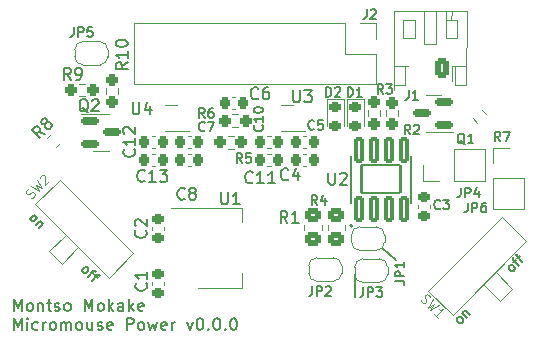
<source format=gbr>
%TF.GenerationSoftware,KiCad,Pcbnew,7.0.9*%
%TF.CreationDate,2024-03-22T22:57:52+02:00*%
%TF.ProjectId,Micromouse Power,4d696372-6f6d-46f7-9573-6520506f7765,v0.0.0*%
%TF.SameCoordinates,Original*%
%TF.FileFunction,Legend,Top*%
%TF.FilePolarity,Positive*%
%FSLAX46Y46*%
G04 Gerber Fmt 4.6, Leading zero omitted, Abs format (unit mm)*
G04 Created by KiCad (PCBNEW 7.0.9) date 2024-03-22 22:57:52*
%MOMM*%
%LPD*%
G01*
G04 APERTURE LIST*
G04 Aperture macros list*
%AMRoundRect*
0 Rectangle with rounded corners*
0 $1 Rounding radius*
0 $2 $3 $4 $5 $6 $7 $8 $9 X,Y pos of 4 corners*
0 Add a 4 corners polygon primitive as box body*
4,1,4,$2,$3,$4,$5,$6,$7,$8,$9,$2,$3,0*
0 Add four circle primitives for the rounded corners*
1,1,$1+$1,$2,$3*
1,1,$1+$1,$4,$5*
1,1,$1+$1,$6,$7*
1,1,$1+$1,$8,$9*
0 Add four rect primitives between the rounded corners*
20,1,$1+$1,$2,$3,$4,$5,0*
20,1,$1+$1,$4,$5,$6,$7,0*
20,1,$1+$1,$6,$7,$8,$9,0*
20,1,$1+$1,$8,$9,$2,$3,0*%
%AMRotRect*
0 Rectangle, with rotation*
0 The origin of the aperture is its center*
0 $1 length*
0 $2 width*
0 $3 Rotation angle, in degrees counterclockwise*
0 Add horizontal line*
21,1,$1,$2,0,0,$3*%
%AMFreePoly0*
4,1,19,0.500000,-0.750000,0.000000,-0.750000,0.000000,-0.744911,-0.071157,-0.744911,-0.207708,-0.704816,-0.327430,-0.627875,-0.420627,-0.520320,-0.479746,-0.390866,-0.500000,-0.250000,-0.500000,0.250000,-0.479746,0.390866,-0.420627,0.520320,-0.327430,0.627875,-0.207708,0.704816,-0.071157,0.744911,0.000000,0.744911,0.000000,0.750000,0.500000,0.750000,0.500000,-0.750000,0.500000,-0.750000,
$1*%
%AMFreePoly1*
4,1,19,0.000000,0.744911,0.071157,0.744911,0.207708,0.704816,0.327430,0.627875,0.420627,0.520320,0.479746,0.390866,0.500000,0.250000,0.500000,-0.250000,0.479746,-0.390866,0.420627,-0.520320,0.327430,-0.627875,0.207708,-0.704816,0.071157,-0.744911,0.000000,-0.744911,0.000000,-0.750000,-0.500000,-0.750000,-0.500000,0.750000,0.000000,0.750000,0.000000,0.744911,0.000000,0.744911,
$1*%
G04 Aperture macros list end*
%ADD10C,0.150000*%
%ADD11C,0.100000*%
%ADD12C,0.120000*%
%ADD13C,0.127000*%
%ADD14C,0.200000*%
%ADD15R,1.700000X1.700000*%
%ADD16O,1.700000X1.700000*%
%ADD17RoundRect,0.218750X-0.256250X0.218750X-0.256250X-0.218750X0.256250X-0.218750X0.256250X0.218750X0*%
%ADD18FreePoly0,180.000000*%
%ADD19FreePoly1,180.000000*%
%ADD20RoundRect,0.237500X0.250000X0.237500X-0.250000X0.237500X-0.250000X-0.237500X0.250000X-0.237500X0*%
%ADD21RoundRect,0.225000X-0.225000X-0.250000X0.225000X-0.250000X0.225000X0.250000X-0.225000X0.250000X0*%
%ADD22RotRect,0.900000X2.500000X135.000000*%
%ADD23R,2.000000X1.500000*%
%ADD24R,2.000000X3.800000*%
%ADD25RoundRect,0.237500X-0.237500X0.250000X-0.237500X-0.250000X0.237500X-0.250000X0.237500X0.250000X0*%
%ADD26RoundRect,0.225000X0.250000X-0.225000X0.250000X0.225000X-0.250000X0.225000X-0.250000X-0.225000X0*%
%ADD27R,0.500000X0.250000*%
%ADD28R,0.900000X1.600000*%
%ADD29RoundRect,0.225000X0.225000X0.250000X-0.225000X0.250000X-0.225000X-0.250000X0.225000X-0.250000X0*%
%ADD30RoundRect,0.150000X0.587500X0.150000X-0.587500X0.150000X-0.587500X-0.150000X0.587500X-0.150000X0*%
%ADD31RoundRect,0.225000X-0.250000X0.225000X-0.250000X-0.225000X0.250000X-0.225000X0.250000X0.225000X0*%
%ADD32RoundRect,0.237500X0.008839X0.344715X-0.344715X-0.008839X-0.008839X-0.344715X0.344715X0.008839X0*%
%ADD33RoundRect,0.237500X-0.344715X0.008839X0.008839X-0.344715X0.344715X-0.008839X-0.008839X0.344715X0*%
%ADD34RoundRect,0.144000X0.258000X-0.943000X0.258000X0.943000X-0.258000X0.943000X-0.258000X-0.943000X0*%
%ADD35RoundRect,0.102000X1.651000X-1.206500X1.651000X1.206500X-1.651000X1.206500X-1.651000X-1.206500X0*%
%ADD36RoundRect,0.150000X-0.587500X-0.150000X0.587500X-0.150000X0.587500X0.150000X-0.587500X0.150000X0*%
%ADD37RoundRect,0.250000X0.350000X0.625000X-0.350000X0.625000X-0.350000X-0.625000X0.350000X-0.625000X0*%
%ADD38O,1.200000X1.750000*%
%ADD39RoundRect,0.237500X0.237500X-0.250000X0.237500X0.250000X-0.237500X0.250000X-0.237500X-0.250000X0*%
%ADD40FreePoly0,0.000000*%
%ADD41FreePoly1,0.000000*%
%ADD42RotRect,0.900000X2.500000X225.000000*%
%ADD43RoundRect,0.250000X-0.450000X0.350000X-0.450000X-0.350000X0.450000X-0.350000X0.450000X0.350000X0*%
G04 APERTURE END LIST*
D10*
X140296779Y-131419819D02*
X140296779Y-130419819D01*
X140296779Y-130419819D02*
X140630112Y-131134104D01*
X140630112Y-131134104D02*
X140963445Y-130419819D01*
X140963445Y-130419819D02*
X140963445Y-131419819D01*
X141582493Y-131419819D02*
X141487255Y-131372200D01*
X141487255Y-131372200D02*
X141439636Y-131324580D01*
X141439636Y-131324580D02*
X141392017Y-131229342D01*
X141392017Y-131229342D02*
X141392017Y-130943628D01*
X141392017Y-130943628D02*
X141439636Y-130848390D01*
X141439636Y-130848390D02*
X141487255Y-130800771D01*
X141487255Y-130800771D02*
X141582493Y-130753152D01*
X141582493Y-130753152D02*
X141725350Y-130753152D01*
X141725350Y-130753152D02*
X141820588Y-130800771D01*
X141820588Y-130800771D02*
X141868207Y-130848390D01*
X141868207Y-130848390D02*
X141915826Y-130943628D01*
X141915826Y-130943628D02*
X141915826Y-131229342D01*
X141915826Y-131229342D02*
X141868207Y-131324580D01*
X141868207Y-131324580D02*
X141820588Y-131372200D01*
X141820588Y-131372200D02*
X141725350Y-131419819D01*
X141725350Y-131419819D02*
X141582493Y-131419819D01*
X142344398Y-130753152D02*
X142344398Y-131419819D01*
X142344398Y-130848390D02*
X142392017Y-130800771D01*
X142392017Y-130800771D02*
X142487255Y-130753152D01*
X142487255Y-130753152D02*
X142630112Y-130753152D01*
X142630112Y-130753152D02*
X142725350Y-130800771D01*
X142725350Y-130800771D02*
X142772969Y-130896009D01*
X142772969Y-130896009D02*
X142772969Y-131419819D01*
X143106303Y-130753152D02*
X143487255Y-130753152D01*
X143249160Y-130419819D02*
X143249160Y-131276961D01*
X143249160Y-131276961D02*
X143296779Y-131372200D01*
X143296779Y-131372200D02*
X143392017Y-131419819D01*
X143392017Y-131419819D02*
X143487255Y-131419819D01*
X143772970Y-131372200D02*
X143868208Y-131419819D01*
X143868208Y-131419819D02*
X144058684Y-131419819D01*
X144058684Y-131419819D02*
X144153922Y-131372200D01*
X144153922Y-131372200D02*
X144201541Y-131276961D01*
X144201541Y-131276961D02*
X144201541Y-131229342D01*
X144201541Y-131229342D02*
X144153922Y-131134104D01*
X144153922Y-131134104D02*
X144058684Y-131086485D01*
X144058684Y-131086485D02*
X143915827Y-131086485D01*
X143915827Y-131086485D02*
X143820589Y-131038866D01*
X143820589Y-131038866D02*
X143772970Y-130943628D01*
X143772970Y-130943628D02*
X143772970Y-130896009D01*
X143772970Y-130896009D02*
X143820589Y-130800771D01*
X143820589Y-130800771D02*
X143915827Y-130753152D01*
X143915827Y-130753152D02*
X144058684Y-130753152D01*
X144058684Y-130753152D02*
X144153922Y-130800771D01*
X144772970Y-131419819D02*
X144677732Y-131372200D01*
X144677732Y-131372200D02*
X144630113Y-131324580D01*
X144630113Y-131324580D02*
X144582494Y-131229342D01*
X144582494Y-131229342D02*
X144582494Y-130943628D01*
X144582494Y-130943628D02*
X144630113Y-130848390D01*
X144630113Y-130848390D02*
X144677732Y-130800771D01*
X144677732Y-130800771D02*
X144772970Y-130753152D01*
X144772970Y-130753152D02*
X144915827Y-130753152D01*
X144915827Y-130753152D02*
X145011065Y-130800771D01*
X145011065Y-130800771D02*
X145058684Y-130848390D01*
X145058684Y-130848390D02*
X145106303Y-130943628D01*
X145106303Y-130943628D02*
X145106303Y-131229342D01*
X145106303Y-131229342D02*
X145058684Y-131324580D01*
X145058684Y-131324580D02*
X145011065Y-131372200D01*
X145011065Y-131372200D02*
X144915827Y-131419819D01*
X144915827Y-131419819D02*
X144772970Y-131419819D01*
X146296780Y-131419819D02*
X146296780Y-130419819D01*
X146296780Y-130419819D02*
X146630113Y-131134104D01*
X146630113Y-131134104D02*
X146963446Y-130419819D01*
X146963446Y-130419819D02*
X146963446Y-131419819D01*
X147582494Y-131419819D02*
X147487256Y-131372200D01*
X147487256Y-131372200D02*
X147439637Y-131324580D01*
X147439637Y-131324580D02*
X147392018Y-131229342D01*
X147392018Y-131229342D02*
X147392018Y-130943628D01*
X147392018Y-130943628D02*
X147439637Y-130848390D01*
X147439637Y-130848390D02*
X147487256Y-130800771D01*
X147487256Y-130800771D02*
X147582494Y-130753152D01*
X147582494Y-130753152D02*
X147725351Y-130753152D01*
X147725351Y-130753152D02*
X147820589Y-130800771D01*
X147820589Y-130800771D02*
X147868208Y-130848390D01*
X147868208Y-130848390D02*
X147915827Y-130943628D01*
X147915827Y-130943628D02*
X147915827Y-131229342D01*
X147915827Y-131229342D02*
X147868208Y-131324580D01*
X147868208Y-131324580D02*
X147820589Y-131372200D01*
X147820589Y-131372200D02*
X147725351Y-131419819D01*
X147725351Y-131419819D02*
X147582494Y-131419819D01*
X148344399Y-131419819D02*
X148344399Y-130419819D01*
X148439637Y-131038866D02*
X148725351Y-131419819D01*
X148725351Y-130753152D02*
X148344399Y-131134104D01*
X149582494Y-131419819D02*
X149582494Y-130896009D01*
X149582494Y-130896009D02*
X149534875Y-130800771D01*
X149534875Y-130800771D02*
X149439637Y-130753152D01*
X149439637Y-130753152D02*
X149249161Y-130753152D01*
X149249161Y-130753152D02*
X149153923Y-130800771D01*
X149582494Y-131372200D02*
X149487256Y-131419819D01*
X149487256Y-131419819D02*
X149249161Y-131419819D01*
X149249161Y-131419819D02*
X149153923Y-131372200D01*
X149153923Y-131372200D02*
X149106304Y-131276961D01*
X149106304Y-131276961D02*
X149106304Y-131181723D01*
X149106304Y-131181723D02*
X149153923Y-131086485D01*
X149153923Y-131086485D02*
X149249161Y-131038866D01*
X149249161Y-131038866D02*
X149487256Y-131038866D01*
X149487256Y-131038866D02*
X149582494Y-130991247D01*
X150058685Y-131419819D02*
X150058685Y-130419819D01*
X150153923Y-131038866D02*
X150439637Y-131419819D01*
X150439637Y-130753152D02*
X150058685Y-131134104D01*
X151249161Y-131372200D02*
X151153923Y-131419819D01*
X151153923Y-131419819D02*
X150963447Y-131419819D01*
X150963447Y-131419819D02*
X150868209Y-131372200D01*
X150868209Y-131372200D02*
X150820590Y-131276961D01*
X150820590Y-131276961D02*
X150820590Y-130896009D01*
X150820590Y-130896009D02*
X150868209Y-130800771D01*
X150868209Y-130800771D02*
X150963447Y-130753152D01*
X150963447Y-130753152D02*
X151153923Y-130753152D01*
X151153923Y-130753152D02*
X151249161Y-130800771D01*
X151249161Y-130800771D02*
X151296780Y-130896009D01*
X151296780Y-130896009D02*
X151296780Y-130991247D01*
X151296780Y-130991247D02*
X150820590Y-131086485D01*
X140296779Y-133029819D02*
X140296779Y-132029819D01*
X140296779Y-132029819D02*
X140630112Y-132744104D01*
X140630112Y-132744104D02*
X140963445Y-132029819D01*
X140963445Y-132029819D02*
X140963445Y-133029819D01*
X141439636Y-133029819D02*
X141439636Y-132363152D01*
X141439636Y-132029819D02*
X141392017Y-132077438D01*
X141392017Y-132077438D02*
X141439636Y-132125057D01*
X141439636Y-132125057D02*
X141487255Y-132077438D01*
X141487255Y-132077438D02*
X141439636Y-132029819D01*
X141439636Y-132029819D02*
X141439636Y-132125057D01*
X142344397Y-132982200D02*
X142249159Y-133029819D01*
X142249159Y-133029819D02*
X142058683Y-133029819D01*
X142058683Y-133029819D02*
X141963445Y-132982200D01*
X141963445Y-132982200D02*
X141915826Y-132934580D01*
X141915826Y-132934580D02*
X141868207Y-132839342D01*
X141868207Y-132839342D02*
X141868207Y-132553628D01*
X141868207Y-132553628D02*
X141915826Y-132458390D01*
X141915826Y-132458390D02*
X141963445Y-132410771D01*
X141963445Y-132410771D02*
X142058683Y-132363152D01*
X142058683Y-132363152D02*
X142249159Y-132363152D01*
X142249159Y-132363152D02*
X142344397Y-132410771D01*
X142772969Y-133029819D02*
X142772969Y-132363152D01*
X142772969Y-132553628D02*
X142820588Y-132458390D01*
X142820588Y-132458390D02*
X142868207Y-132410771D01*
X142868207Y-132410771D02*
X142963445Y-132363152D01*
X142963445Y-132363152D02*
X143058683Y-132363152D01*
X143534874Y-133029819D02*
X143439636Y-132982200D01*
X143439636Y-132982200D02*
X143392017Y-132934580D01*
X143392017Y-132934580D02*
X143344398Y-132839342D01*
X143344398Y-132839342D02*
X143344398Y-132553628D01*
X143344398Y-132553628D02*
X143392017Y-132458390D01*
X143392017Y-132458390D02*
X143439636Y-132410771D01*
X143439636Y-132410771D02*
X143534874Y-132363152D01*
X143534874Y-132363152D02*
X143677731Y-132363152D01*
X143677731Y-132363152D02*
X143772969Y-132410771D01*
X143772969Y-132410771D02*
X143820588Y-132458390D01*
X143820588Y-132458390D02*
X143868207Y-132553628D01*
X143868207Y-132553628D02*
X143868207Y-132839342D01*
X143868207Y-132839342D02*
X143820588Y-132934580D01*
X143820588Y-132934580D02*
X143772969Y-132982200D01*
X143772969Y-132982200D02*
X143677731Y-133029819D01*
X143677731Y-133029819D02*
X143534874Y-133029819D01*
X144296779Y-133029819D02*
X144296779Y-132363152D01*
X144296779Y-132458390D02*
X144344398Y-132410771D01*
X144344398Y-132410771D02*
X144439636Y-132363152D01*
X144439636Y-132363152D02*
X144582493Y-132363152D01*
X144582493Y-132363152D02*
X144677731Y-132410771D01*
X144677731Y-132410771D02*
X144725350Y-132506009D01*
X144725350Y-132506009D02*
X144725350Y-133029819D01*
X144725350Y-132506009D02*
X144772969Y-132410771D01*
X144772969Y-132410771D02*
X144868207Y-132363152D01*
X144868207Y-132363152D02*
X145011064Y-132363152D01*
X145011064Y-132363152D02*
X145106303Y-132410771D01*
X145106303Y-132410771D02*
X145153922Y-132506009D01*
X145153922Y-132506009D02*
X145153922Y-133029819D01*
X145772969Y-133029819D02*
X145677731Y-132982200D01*
X145677731Y-132982200D02*
X145630112Y-132934580D01*
X145630112Y-132934580D02*
X145582493Y-132839342D01*
X145582493Y-132839342D02*
X145582493Y-132553628D01*
X145582493Y-132553628D02*
X145630112Y-132458390D01*
X145630112Y-132458390D02*
X145677731Y-132410771D01*
X145677731Y-132410771D02*
X145772969Y-132363152D01*
X145772969Y-132363152D02*
X145915826Y-132363152D01*
X145915826Y-132363152D02*
X146011064Y-132410771D01*
X146011064Y-132410771D02*
X146058683Y-132458390D01*
X146058683Y-132458390D02*
X146106302Y-132553628D01*
X146106302Y-132553628D02*
X146106302Y-132839342D01*
X146106302Y-132839342D02*
X146058683Y-132934580D01*
X146058683Y-132934580D02*
X146011064Y-132982200D01*
X146011064Y-132982200D02*
X145915826Y-133029819D01*
X145915826Y-133029819D02*
X145772969Y-133029819D01*
X146963445Y-132363152D02*
X146963445Y-133029819D01*
X146534874Y-132363152D02*
X146534874Y-132886961D01*
X146534874Y-132886961D02*
X146582493Y-132982200D01*
X146582493Y-132982200D02*
X146677731Y-133029819D01*
X146677731Y-133029819D02*
X146820588Y-133029819D01*
X146820588Y-133029819D02*
X146915826Y-132982200D01*
X146915826Y-132982200D02*
X146963445Y-132934580D01*
X147392017Y-132982200D02*
X147487255Y-133029819D01*
X147487255Y-133029819D02*
X147677731Y-133029819D01*
X147677731Y-133029819D02*
X147772969Y-132982200D01*
X147772969Y-132982200D02*
X147820588Y-132886961D01*
X147820588Y-132886961D02*
X147820588Y-132839342D01*
X147820588Y-132839342D02*
X147772969Y-132744104D01*
X147772969Y-132744104D02*
X147677731Y-132696485D01*
X147677731Y-132696485D02*
X147534874Y-132696485D01*
X147534874Y-132696485D02*
X147439636Y-132648866D01*
X147439636Y-132648866D02*
X147392017Y-132553628D01*
X147392017Y-132553628D02*
X147392017Y-132506009D01*
X147392017Y-132506009D02*
X147439636Y-132410771D01*
X147439636Y-132410771D02*
X147534874Y-132363152D01*
X147534874Y-132363152D02*
X147677731Y-132363152D01*
X147677731Y-132363152D02*
X147772969Y-132410771D01*
X148630112Y-132982200D02*
X148534874Y-133029819D01*
X148534874Y-133029819D02*
X148344398Y-133029819D01*
X148344398Y-133029819D02*
X148249160Y-132982200D01*
X148249160Y-132982200D02*
X148201541Y-132886961D01*
X148201541Y-132886961D02*
X148201541Y-132506009D01*
X148201541Y-132506009D02*
X148249160Y-132410771D01*
X148249160Y-132410771D02*
X148344398Y-132363152D01*
X148344398Y-132363152D02*
X148534874Y-132363152D01*
X148534874Y-132363152D02*
X148630112Y-132410771D01*
X148630112Y-132410771D02*
X148677731Y-132506009D01*
X148677731Y-132506009D02*
X148677731Y-132601247D01*
X148677731Y-132601247D02*
X148201541Y-132696485D01*
X149868208Y-133029819D02*
X149868208Y-132029819D01*
X149868208Y-132029819D02*
X150249160Y-132029819D01*
X150249160Y-132029819D02*
X150344398Y-132077438D01*
X150344398Y-132077438D02*
X150392017Y-132125057D01*
X150392017Y-132125057D02*
X150439636Y-132220295D01*
X150439636Y-132220295D02*
X150439636Y-132363152D01*
X150439636Y-132363152D02*
X150392017Y-132458390D01*
X150392017Y-132458390D02*
X150344398Y-132506009D01*
X150344398Y-132506009D02*
X150249160Y-132553628D01*
X150249160Y-132553628D02*
X149868208Y-132553628D01*
X151011065Y-133029819D02*
X150915827Y-132982200D01*
X150915827Y-132982200D02*
X150868208Y-132934580D01*
X150868208Y-132934580D02*
X150820589Y-132839342D01*
X150820589Y-132839342D02*
X150820589Y-132553628D01*
X150820589Y-132553628D02*
X150868208Y-132458390D01*
X150868208Y-132458390D02*
X150915827Y-132410771D01*
X150915827Y-132410771D02*
X151011065Y-132363152D01*
X151011065Y-132363152D02*
X151153922Y-132363152D01*
X151153922Y-132363152D02*
X151249160Y-132410771D01*
X151249160Y-132410771D02*
X151296779Y-132458390D01*
X151296779Y-132458390D02*
X151344398Y-132553628D01*
X151344398Y-132553628D02*
X151344398Y-132839342D01*
X151344398Y-132839342D02*
X151296779Y-132934580D01*
X151296779Y-132934580D02*
X151249160Y-132982200D01*
X151249160Y-132982200D02*
X151153922Y-133029819D01*
X151153922Y-133029819D02*
X151011065Y-133029819D01*
X151677732Y-132363152D02*
X151868208Y-133029819D01*
X151868208Y-133029819D02*
X152058684Y-132553628D01*
X152058684Y-132553628D02*
X152249160Y-133029819D01*
X152249160Y-133029819D02*
X152439636Y-132363152D01*
X153201541Y-132982200D02*
X153106303Y-133029819D01*
X153106303Y-133029819D02*
X152915827Y-133029819D01*
X152915827Y-133029819D02*
X152820589Y-132982200D01*
X152820589Y-132982200D02*
X152772970Y-132886961D01*
X152772970Y-132886961D02*
X152772970Y-132506009D01*
X152772970Y-132506009D02*
X152820589Y-132410771D01*
X152820589Y-132410771D02*
X152915827Y-132363152D01*
X152915827Y-132363152D02*
X153106303Y-132363152D01*
X153106303Y-132363152D02*
X153201541Y-132410771D01*
X153201541Y-132410771D02*
X153249160Y-132506009D01*
X153249160Y-132506009D02*
X153249160Y-132601247D01*
X153249160Y-132601247D02*
X152772970Y-132696485D01*
X153677732Y-133029819D02*
X153677732Y-132363152D01*
X153677732Y-132553628D02*
X153725351Y-132458390D01*
X153725351Y-132458390D02*
X153772970Y-132410771D01*
X153772970Y-132410771D02*
X153868208Y-132363152D01*
X153868208Y-132363152D02*
X153963446Y-132363152D01*
X154963447Y-132363152D02*
X155201542Y-133029819D01*
X155201542Y-133029819D02*
X155439637Y-132363152D01*
X156011066Y-132029819D02*
X156106304Y-132029819D01*
X156106304Y-132029819D02*
X156201542Y-132077438D01*
X156201542Y-132077438D02*
X156249161Y-132125057D01*
X156249161Y-132125057D02*
X156296780Y-132220295D01*
X156296780Y-132220295D02*
X156344399Y-132410771D01*
X156344399Y-132410771D02*
X156344399Y-132648866D01*
X156344399Y-132648866D02*
X156296780Y-132839342D01*
X156296780Y-132839342D02*
X156249161Y-132934580D01*
X156249161Y-132934580D02*
X156201542Y-132982200D01*
X156201542Y-132982200D02*
X156106304Y-133029819D01*
X156106304Y-133029819D02*
X156011066Y-133029819D01*
X156011066Y-133029819D02*
X155915828Y-132982200D01*
X155915828Y-132982200D02*
X155868209Y-132934580D01*
X155868209Y-132934580D02*
X155820590Y-132839342D01*
X155820590Y-132839342D02*
X155772971Y-132648866D01*
X155772971Y-132648866D02*
X155772971Y-132410771D01*
X155772971Y-132410771D02*
X155820590Y-132220295D01*
X155820590Y-132220295D02*
X155868209Y-132125057D01*
X155868209Y-132125057D02*
X155915828Y-132077438D01*
X155915828Y-132077438D02*
X156011066Y-132029819D01*
X156772971Y-132934580D02*
X156820590Y-132982200D01*
X156820590Y-132982200D02*
X156772971Y-133029819D01*
X156772971Y-133029819D02*
X156725352Y-132982200D01*
X156725352Y-132982200D02*
X156772971Y-132934580D01*
X156772971Y-132934580D02*
X156772971Y-133029819D01*
X157439637Y-132029819D02*
X157534875Y-132029819D01*
X157534875Y-132029819D02*
X157630113Y-132077438D01*
X157630113Y-132077438D02*
X157677732Y-132125057D01*
X157677732Y-132125057D02*
X157725351Y-132220295D01*
X157725351Y-132220295D02*
X157772970Y-132410771D01*
X157772970Y-132410771D02*
X157772970Y-132648866D01*
X157772970Y-132648866D02*
X157725351Y-132839342D01*
X157725351Y-132839342D02*
X157677732Y-132934580D01*
X157677732Y-132934580D02*
X157630113Y-132982200D01*
X157630113Y-132982200D02*
X157534875Y-133029819D01*
X157534875Y-133029819D02*
X157439637Y-133029819D01*
X157439637Y-133029819D02*
X157344399Y-132982200D01*
X157344399Y-132982200D02*
X157296780Y-132934580D01*
X157296780Y-132934580D02*
X157249161Y-132839342D01*
X157249161Y-132839342D02*
X157201542Y-132648866D01*
X157201542Y-132648866D02*
X157201542Y-132410771D01*
X157201542Y-132410771D02*
X157249161Y-132220295D01*
X157249161Y-132220295D02*
X157296780Y-132125057D01*
X157296780Y-132125057D02*
X157344399Y-132077438D01*
X157344399Y-132077438D02*
X157439637Y-132029819D01*
X158201542Y-132934580D02*
X158249161Y-132982200D01*
X158249161Y-132982200D02*
X158201542Y-133029819D01*
X158201542Y-133029819D02*
X158153923Y-132982200D01*
X158153923Y-132982200D02*
X158201542Y-132934580D01*
X158201542Y-132934580D02*
X158201542Y-133029819D01*
X158868208Y-132029819D02*
X158963446Y-132029819D01*
X158963446Y-132029819D02*
X159058684Y-132077438D01*
X159058684Y-132077438D02*
X159106303Y-132125057D01*
X159106303Y-132125057D02*
X159153922Y-132220295D01*
X159153922Y-132220295D02*
X159201541Y-132410771D01*
X159201541Y-132410771D02*
X159201541Y-132648866D01*
X159201541Y-132648866D02*
X159153922Y-132839342D01*
X159153922Y-132839342D02*
X159106303Y-132934580D01*
X159106303Y-132934580D02*
X159058684Y-132982200D01*
X159058684Y-132982200D02*
X158963446Y-133029819D01*
X158963446Y-133029819D02*
X158868208Y-133029819D01*
X158868208Y-133029819D02*
X158772970Y-132982200D01*
X158772970Y-132982200D02*
X158725351Y-132934580D01*
X158725351Y-132934580D02*
X158677732Y-132839342D01*
X158677732Y-132839342D02*
X158630113Y-132648866D01*
X158630113Y-132648866D02*
X158630113Y-132410771D01*
X158630113Y-132410771D02*
X158677732Y-132220295D01*
X158677732Y-132220295D02*
X158725351Y-132125057D01*
X158725351Y-132125057D02*
X158772970Y-132077438D01*
X158772970Y-132077438D02*
X158868208Y-132029819D01*
X141740023Y-123720534D02*
X141713086Y-123639722D01*
X141713086Y-123639722D02*
X141713086Y-123585847D01*
X141713086Y-123585847D02*
X141740023Y-123505035D01*
X141740023Y-123505035D02*
X141901648Y-123343411D01*
X141901648Y-123343411D02*
X141982460Y-123316473D01*
X141982460Y-123316473D02*
X142036335Y-123316473D01*
X142036335Y-123316473D02*
X142117147Y-123343411D01*
X142117147Y-123343411D02*
X142197959Y-123424223D01*
X142197959Y-123424223D02*
X142224897Y-123505035D01*
X142224897Y-123505035D02*
X142224897Y-123558910D01*
X142224897Y-123558910D02*
X142197959Y-123639722D01*
X142197959Y-123639722D02*
X142036335Y-123801346D01*
X142036335Y-123801346D02*
X141955523Y-123828284D01*
X141955523Y-123828284D02*
X141901648Y-123828284D01*
X141901648Y-123828284D02*
X141820836Y-123801346D01*
X141820836Y-123801346D02*
X141740023Y-123720534D01*
X142548146Y-123774409D02*
X142171022Y-124151533D01*
X142494271Y-123828284D02*
X142548146Y-123828284D01*
X142548146Y-123828284D02*
X142628958Y-123855222D01*
X142628958Y-123855222D02*
X142709770Y-123936034D01*
X142709770Y-123936034D02*
X142736708Y-124016846D01*
X142736708Y-124016846D02*
X142709770Y-124097658D01*
X142709770Y-124097658D02*
X142413459Y-124393970D01*
X146130819Y-128111330D02*
X146103882Y-128030518D01*
X146103882Y-128030518D02*
X146103882Y-127976643D01*
X146103882Y-127976643D02*
X146130819Y-127895831D01*
X146130819Y-127895831D02*
X146292444Y-127734206D01*
X146292444Y-127734206D02*
X146373256Y-127707269D01*
X146373256Y-127707269D02*
X146427131Y-127707269D01*
X146427131Y-127707269D02*
X146507943Y-127734206D01*
X146507943Y-127734206D02*
X146588755Y-127815019D01*
X146588755Y-127815019D02*
X146615692Y-127895831D01*
X146615692Y-127895831D02*
X146615692Y-127949706D01*
X146615692Y-127949706D02*
X146588755Y-128030518D01*
X146588755Y-128030518D02*
X146427131Y-128192142D01*
X146427131Y-128192142D02*
X146346318Y-128219080D01*
X146346318Y-128219080D02*
X146292444Y-128219080D01*
X146292444Y-128219080D02*
X146211631Y-128192142D01*
X146211631Y-128192142D02*
X146130819Y-128111330D01*
X146858129Y-128084393D02*
X147073629Y-128299892D01*
X146561818Y-128542329D02*
X147046691Y-128057456D01*
X147046691Y-128057456D02*
X147127503Y-128030518D01*
X147127503Y-128030518D02*
X147208316Y-128057456D01*
X147208316Y-128057456D02*
X147262190Y-128111330D01*
X147181378Y-128407642D02*
X147396878Y-128623141D01*
X146885067Y-128865578D02*
X147369940Y-128380705D01*
X147369940Y-128380705D02*
X147450752Y-128353767D01*
X147450752Y-128353767D02*
X147531565Y-128380705D01*
X147531565Y-128380705D02*
X147585439Y-128434579D01*
X178220534Y-132399976D02*
X178139722Y-132426913D01*
X178139722Y-132426913D02*
X178085847Y-132426913D01*
X178085847Y-132426913D02*
X178005035Y-132399976D01*
X178005035Y-132399976D02*
X177843411Y-132238351D01*
X177843411Y-132238351D02*
X177816473Y-132157539D01*
X177816473Y-132157539D02*
X177816473Y-132103664D01*
X177816473Y-132103664D02*
X177843411Y-132022852D01*
X177843411Y-132022852D02*
X177924223Y-131942040D01*
X177924223Y-131942040D02*
X178005035Y-131915102D01*
X178005035Y-131915102D02*
X178058910Y-131915102D01*
X178058910Y-131915102D02*
X178139722Y-131942040D01*
X178139722Y-131942040D02*
X178301346Y-132103664D01*
X178301346Y-132103664D02*
X178328284Y-132184476D01*
X178328284Y-132184476D02*
X178328284Y-132238351D01*
X178328284Y-132238351D02*
X178301346Y-132319163D01*
X178301346Y-132319163D02*
X178220534Y-132399976D01*
X178274409Y-131591853D02*
X178651533Y-131968977D01*
X178328284Y-131645728D02*
X178328284Y-131591853D01*
X178328284Y-131591853D02*
X178355222Y-131511041D01*
X178355222Y-131511041D02*
X178436034Y-131430229D01*
X178436034Y-131430229D02*
X178516846Y-131403291D01*
X178516846Y-131403291D02*
X178597658Y-131430229D01*
X178597658Y-131430229D02*
X178893970Y-131726540D01*
X182611330Y-128009180D02*
X182530518Y-128036117D01*
X182530518Y-128036117D02*
X182476643Y-128036117D01*
X182476643Y-128036117D02*
X182395831Y-128009180D01*
X182395831Y-128009180D02*
X182234206Y-127847555D01*
X182234206Y-127847555D02*
X182207269Y-127766743D01*
X182207269Y-127766743D02*
X182207269Y-127712868D01*
X182207269Y-127712868D02*
X182234206Y-127632056D01*
X182234206Y-127632056D02*
X182315019Y-127551244D01*
X182315019Y-127551244D02*
X182395831Y-127524307D01*
X182395831Y-127524307D02*
X182449706Y-127524307D01*
X182449706Y-127524307D02*
X182530518Y-127551244D01*
X182530518Y-127551244D02*
X182692142Y-127712868D01*
X182692142Y-127712868D02*
X182719080Y-127793681D01*
X182719080Y-127793681D02*
X182719080Y-127847555D01*
X182719080Y-127847555D02*
X182692142Y-127928368D01*
X182692142Y-127928368D02*
X182611330Y-128009180D01*
X182584393Y-127281870D02*
X182799892Y-127066370D01*
X183042329Y-127578181D02*
X182557456Y-127093308D01*
X182557456Y-127093308D02*
X182530518Y-127012496D01*
X182530518Y-127012496D02*
X182557456Y-126931683D01*
X182557456Y-126931683D02*
X182611330Y-126877809D01*
X182907642Y-126958621D02*
X183123141Y-126743121D01*
X183365578Y-127254932D02*
X182880705Y-126770059D01*
X182880705Y-126770059D02*
X182853767Y-126689247D01*
X182853767Y-126689247D02*
X182880705Y-126608434D01*
X182880705Y-126608434D02*
X182934579Y-126554560D01*
X169150000Y-130270000D02*
X169150000Y-128300000D01*
X172700000Y-127140000D02*
X171484975Y-126084975D01*
X178723333Y-122262295D02*
X178723333Y-122833723D01*
X178723333Y-122833723D02*
X178685238Y-122948009D01*
X178685238Y-122948009D02*
X178609047Y-123024200D01*
X178609047Y-123024200D02*
X178494762Y-123062295D01*
X178494762Y-123062295D02*
X178418571Y-123062295D01*
X179104286Y-123062295D02*
X179104286Y-122262295D01*
X179104286Y-122262295D02*
X179409048Y-122262295D01*
X179409048Y-122262295D02*
X179485238Y-122300390D01*
X179485238Y-122300390D02*
X179523333Y-122338485D01*
X179523333Y-122338485D02*
X179561429Y-122414676D01*
X179561429Y-122414676D02*
X179561429Y-122528961D01*
X179561429Y-122528961D02*
X179523333Y-122605152D01*
X179523333Y-122605152D02*
X179485238Y-122643247D01*
X179485238Y-122643247D02*
X179409048Y-122681342D01*
X179409048Y-122681342D02*
X179104286Y-122681342D01*
X180247143Y-122262295D02*
X180094762Y-122262295D01*
X180094762Y-122262295D02*
X180018571Y-122300390D01*
X180018571Y-122300390D02*
X179980476Y-122338485D01*
X179980476Y-122338485D02*
X179904286Y-122452771D01*
X179904286Y-122452771D02*
X179866190Y-122605152D01*
X179866190Y-122605152D02*
X179866190Y-122909914D01*
X179866190Y-122909914D02*
X179904286Y-122986104D01*
X179904286Y-122986104D02*
X179942381Y-123024200D01*
X179942381Y-123024200D02*
X180018571Y-123062295D01*
X180018571Y-123062295D02*
X180170952Y-123062295D01*
X180170952Y-123062295D02*
X180247143Y-123024200D01*
X180247143Y-123024200D02*
X180285238Y-122986104D01*
X180285238Y-122986104D02*
X180323333Y-122909914D01*
X180323333Y-122909914D02*
X180323333Y-122719438D01*
X180323333Y-122719438D02*
X180285238Y-122643247D01*
X180285238Y-122643247D02*
X180247143Y-122605152D01*
X180247143Y-122605152D02*
X180170952Y-122567057D01*
X180170952Y-122567057D02*
X180018571Y-122567057D01*
X180018571Y-122567057D02*
X179942381Y-122605152D01*
X179942381Y-122605152D02*
X179904286Y-122643247D01*
X179904286Y-122643247D02*
X179866190Y-122719438D01*
X168573524Y-113265295D02*
X168573524Y-112465295D01*
X168573524Y-112465295D02*
X168764000Y-112465295D01*
X168764000Y-112465295D02*
X168878286Y-112503390D01*
X168878286Y-112503390D02*
X168954476Y-112579580D01*
X168954476Y-112579580D02*
X168992571Y-112655771D01*
X168992571Y-112655771D02*
X169030667Y-112808152D01*
X169030667Y-112808152D02*
X169030667Y-112922438D01*
X169030667Y-112922438D02*
X168992571Y-113074819D01*
X168992571Y-113074819D02*
X168954476Y-113151009D01*
X168954476Y-113151009D02*
X168878286Y-113227200D01*
X168878286Y-113227200D02*
X168764000Y-113265295D01*
X168764000Y-113265295D02*
X168573524Y-113265295D01*
X169792571Y-113265295D02*
X169335428Y-113265295D01*
X169564000Y-113265295D02*
X169564000Y-112465295D01*
X169564000Y-112465295D02*
X169487809Y-112579580D01*
X169487809Y-112579580D02*
X169411619Y-112655771D01*
X169411619Y-112655771D02*
X169335428Y-112693866D01*
X172552295Y-128876666D02*
X173123723Y-128876666D01*
X173123723Y-128876666D02*
X173238009Y-128914761D01*
X173238009Y-128914761D02*
X173314200Y-128990952D01*
X173314200Y-128990952D02*
X173352295Y-129105237D01*
X173352295Y-129105237D02*
X173352295Y-129181428D01*
X173352295Y-128495713D02*
X172552295Y-128495713D01*
X172552295Y-128495713D02*
X172552295Y-128190951D01*
X172552295Y-128190951D02*
X172590390Y-128114761D01*
X172590390Y-128114761D02*
X172628485Y-128076666D01*
X172628485Y-128076666D02*
X172704676Y-128038570D01*
X172704676Y-128038570D02*
X172818961Y-128038570D01*
X172818961Y-128038570D02*
X172895152Y-128076666D01*
X172895152Y-128076666D02*
X172933247Y-128114761D01*
X172933247Y-128114761D02*
X172971342Y-128190951D01*
X172971342Y-128190951D02*
X172971342Y-128495713D01*
X173352295Y-127276666D02*
X173352295Y-127733809D01*
X173352295Y-127505237D02*
X172552295Y-127505237D01*
X172552295Y-127505237D02*
X172666580Y-127581428D01*
X172666580Y-127581428D02*
X172742771Y-127657618D01*
X172742771Y-127657618D02*
X172780866Y-127733809D01*
X145383333Y-107385295D02*
X145383333Y-107956723D01*
X145383333Y-107956723D02*
X145345238Y-108071009D01*
X145345238Y-108071009D02*
X145269047Y-108147200D01*
X145269047Y-108147200D02*
X145154762Y-108185295D01*
X145154762Y-108185295D02*
X145078571Y-108185295D01*
X145764286Y-108185295D02*
X145764286Y-107385295D01*
X145764286Y-107385295D02*
X146069048Y-107385295D01*
X146069048Y-107385295D02*
X146145238Y-107423390D01*
X146145238Y-107423390D02*
X146183333Y-107461485D01*
X146183333Y-107461485D02*
X146221429Y-107537676D01*
X146221429Y-107537676D02*
X146221429Y-107651961D01*
X146221429Y-107651961D02*
X146183333Y-107728152D01*
X146183333Y-107728152D02*
X146145238Y-107766247D01*
X146145238Y-107766247D02*
X146069048Y-107804342D01*
X146069048Y-107804342D02*
X145764286Y-107804342D01*
X146945238Y-107385295D02*
X146564286Y-107385295D01*
X146564286Y-107385295D02*
X146526190Y-107766247D01*
X146526190Y-107766247D02*
X146564286Y-107728152D01*
X146564286Y-107728152D02*
X146640476Y-107690057D01*
X146640476Y-107690057D02*
X146830952Y-107690057D01*
X146830952Y-107690057D02*
X146907143Y-107728152D01*
X146907143Y-107728152D02*
X146945238Y-107766247D01*
X146945238Y-107766247D02*
X146983333Y-107842438D01*
X146983333Y-107842438D02*
X146983333Y-108032914D01*
X146983333Y-108032914D02*
X146945238Y-108109104D01*
X146945238Y-108109104D02*
X146907143Y-108147200D01*
X146907143Y-108147200D02*
X146830952Y-108185295D01*
X146830952Y-108185295D02*
X146640476Y-108185295D01*
X146640476Y-108185295D02*
X146564286Y-108147200D01*
X146564286Y-108147200D02*
X146526190Y-108109104D01*
X156457667Y-115043295D02*
X156191000Y-114662342D01*
X156000524Y-115043295D02*
X156000524Y-114243295D01*
X156000524Y-114243295D02*
X156305286Y-114243295D01*
X156305286Y-114243295D02*
X156381476Y-114281390D01*
X156381476Y-114281390D02*
X156419571Y-114319485D01*
X156419571Y-114319485D02*
X156457667Y-114395676D01*
X156457667Y-114395676D02*
X156457667Y-114509961D01*
X156457667Y-114509961D02*
X156419571Y-114586152D01*
X156419571Y-114586152D02*
X156381476Y-114624247D01*
X156381476Y-114624247D02*
X156305286Y-114662342D01*
X156305286Y-114662342D02*
X156000524Y-114662342D01*
X157143381Y-114243295D02*
X156991000Y-114243295D01*
X156991000Y-114243295D02*
X156914809Y-114281390D01*
X156914809Y-114281390D02*
X156876714Y-114319485D01*
X156876714Y-114319485D02*
X156800524Y-114433771D01*
X156800524Y-114433771D02*
X156762428Y-114586152D01*
X156762428Y-114586152D02*
X156762428Y-114890914D01*
X156762428Y-114890914D02*
X156800524Y-114967104D01*
X156800524Y-114967104D02*
X156838619Y-115005200D01*
X156838619Y-115005200D02*
X156914809Y-115043295D01*
X156914809Y-115043295D02*
X157067190Y-115043295D01*
X157067190Y-115043295D02*
X157143381Y-115005200D01*
X157143381Y-115005200D02*
X157181476Y-114967104D01*
X157181476Y-114967104D02*
X157219571Y-114890914D01*
X157219571Y-114890914D02*
X157219571Y-114700438D01*
X157219571Y-114700438D02*
X157181476Y-114624247D01*
X157181476Y-114624247D02*
X157143381Y-114586152D01*
X157143381Y-114586152D02*
X157067190Y-114548057D01*
X157067190Y-114548057D02*
X156914809Y-114548057D01*
X156914809Y-114548057D02*
X156838619Y-114586152D01*
X156838619Y-114586152D02*
X156800524Y-114624247D01*
X156800524Y-114624247D02*
X156762428Y-114700438D01*
X150473580Y-117736857D02*
X150521200Y-117784476D01*
X150521200Y-117784476D02*
X150568819Y-117927333D01*
X150568819Y-117927333D02*
X150568819Y-118022571D01*
X150568819Y-118022571D02*
X150521200Y-118165428D01*
X150521200Y-118165428D02*
X150425961Y-118260666D01*
X150425961Y-118260666D02*
X150330723Y-118308285D01*
X150330723Y-118308285D02*
X150140247Y-118355904D01*
X150140247Y-118355904D02*
X149997390Y-118355904D01*
X149997390Y-118355904D02*
X149806914Y-118308285D01*
X149806914Y-118308285D02*
X149711676Y-118260666D01*
X149711676Y-118260666D02*
X149616438Y-118165428D01*
X149616438Y-118165428D02*
X149568819Y-118022571D01*
X149568819Y-118022571D02*
X149568819Y-117927333D01*
X149568819Y-117927333D02*
X149616438Y-117784476D01*
X149616438Y-117784476D02*
X149664057Y-117736857D01*
X150568819Y-116784476D02*
X150568819Y-117355904D01*
X150568819Y-117070190D02*
X149568819Y-117070190D01*
X149568819Y-117070190D02*
X149711676Y-117165428D01*
X149711676Y-117165428D02*
X149806914Y-117260666D01*
X149806914Y-117260666D02*
X149854533Y-117355904D01*
X149664057Y-116403523D02*
X149616438Y-116355904D01*
X149616438Y-116355904D02*
X149568819Y-116260666D01*
X149568819Y-116260666D02*
X149568819Y-116022571D01*
X149568819Y-116022571D02*
X149616438Y-115927333D01*
X149616438Y-115927333D02*
X149664057Y-115879714D01*
X149664057Y-115879714D02*
X149759295Y-115832095D01*
X149759295Y-115832095D02*
X149854533Y-115832095D01*
X149854533Y-115832095D02*
X149997390Y-115879714D01*
X149997390Y-115879714D02*
X150568819Y-116451142D01*
X150568819Y-116451142D02*
X150568819Y-115832095D01*
X160520142Y-120501580D02*
X160472523Y-120549200D01*
X160472523Y-120549200D02*
X160329666Y-120596819D01*
X160329666Y-120596819D02*
X160234428Y-120596819D01*
X160234428Y-120596819D02*
X160091571Y-120549200D01*
X160091571Y-120549200D02*
X159996333Y-120453961D01*
X159996333Y-120453961D02*
X159948714Y-120358723D01*
X159948714Y-120358723D02*
X159901095Y-120168247D01*
X159901095Y-120168247D02*
X159901095Y-120025390D01*
X159901095Y-120025390D02*
X159948714Y-119834914D01*
X159948714Y-119834914D02*
X159996333Y-119739676D01*
X159996333Y-119739676D02*
X160091571Y-119644438D01*
X160091571Y-119644438D02*
X160234428Y-119596819D01*
X160234428Y-119596819D02*
X160329666Y-119596819D01*
X160329666Y-119596819D02*
X160472523Y-119644438D01*
X160472523Y-119644438D02*
X160520142Y-119692057D01*
X161472523Y-120596819D02*
X160901095Y-120596819D01*
X161186809Y-120596819D02*
X161186809Y-119596819D01*
X161186809Y-119596819D02*
X161091571Y-119739676D01*
X161091571Y-119739676D02*
X160996333Y-119834914D01*
X160996333Y-119834914D02*
X160901095Y-119882533D01*
X162424904Y-120596819D02*
X161853476Y-120596819D01*
X162139190Y-120596819D02*
X162139190Y-119596819D01*
X162139190Y-119596819D02*
X162043952Y-119739676D01*
X162043952Y-119739676D02*
X161948714Y-119834914D01*
X161948714Y-119834914D02*
X161853476Y-119882533D01*
D11*
X141786834Y-121865329D02*
X141894584Y-121811455D01*
X141894584Y-121811455D02*
X142029271Y-121676768D01*
X142029271Y-121676768D02*
X142056209Y-121595955D01*
X142056209Y-121595955D02*
X142056209Y-121542081D01*
X142056209Y-121542081D02*
X142029271Y-121461268D01*
X142029271Y-121461268D02*
X141975396Y-121407394D01*
X141975396Y-121407394D02*
X141894584Y-121380456D01*
X141894584Y-121380456D02*
X141840709Y-121380456D01*
X141840709Y-121380456D02*
X141759897Y-121407394D01*
X141759897Y-121407394D02*
X141625210Y-121488206D01*
X141625210Y-121488206D02*
X141544398Y-121515143D01*
X141544398Y-121515143D02*
X141490523Y-121515143D01*
X141490523Y-121515143D02*
X141409711Y-121488206D01*
X141409711Y-121488206D02*
X141355836Y-121434331D01*
X141355836Y-121434331D02*
X141328899Y-121353519D01*
X141328899Y-121353519D02*
X141328899Y-121299644D01*
X141328899Y-121299644D02*
X141355836Y-121218832D01*
X141355836Y-121218832D02*
X141490523Y-121084145D01*
X141490523Y-121084145D02*
X141598273Y-121030270D01*
X141759897Y-120814771D02*
X142460270Y-121245769D01*
X142460270Y-121245769D02*
X142163958Y-120733958D01*
X142163958Y-120733958D02*
X142675769Y-121030270D01*
X142675769Y-121030270D02*
X142244770Y-120329897D01*
X142487207Y-120195210D02*
X142487207Y-120141335D01*
X142487207Y-120141335D02*
X142514145Y-120060523D01*
X142514145Y-120060523D02*
X142648832Y-119925836D01*
X142648832Y-119925836D02*
X142729644Y-119898899D01*
X142729644Y-119898899D02*
X142783519Y-119898899D01*
X142783519Y-119898899D02*
X142864331Y-119925836D01*
X142864331Y-119925836D02*
X142918206Y-119979711D01*
X142918206Y-119979711D02*
X142972081Y-120087461D01*
X142972081Y-120087461D02*
X142972081Y-120733958D01*
X142972081Y-120733958D02*
X143322267Y-120383772D01*
D10*
X157861095Y-121374819D02*
X157861095Y-122184342D01*
X157861095Y-122184342D02*
X157908714Y-122279580D01*
X157908714Y-122279580D02*
X157956333Y-122327200D01*
X157956333Y-122327200D02*
X158051571Y-122374819D01*
X158051571Y-122374819D02*
X158242047Y-122374819D01*
X158242047Y-122374819D02*
X158337285Y-122327200D01*
X158337285Y-122327200D02*
X158384904Y-122279580D01*
X158384904Y-122279580D02*
X158432523Y-122184342D01*
X158432523Y-122184342D02*
X158432523Y-121374819D01*
X159432523Y-122374819D02*
X158861095Y-122374819D01*
X159146809Y-122374819D02*
X159146809Y-121374819D01*
X159146809Y-121374819D02*
X159051571Y-121517676D01*
X159051571Y-121517676D02*
X158956333Y-121612914D01*
X158956333Y-121612914D02*
X158861095Y-121660533D01*
X171570667Y-113011295D02*
X171304000Y-112630342D01*
X171113524Y-113011295D02*
X171113524Y-112211295D01*
X171113524Y-112211295D02*
X171418286Y-112211295D01*
X171418286Y-112211295D02*
X171494476Y-112249390D01*
X171494476Y-112249390D02*
X171532571Y-112287485D01*
X171532571Y-112287485D02*
X171570667Y-112363676D01*
X171570667Y-112363676D02*
X171570667Y-112477961D01*
X171570667Y-112477961D02*
X171532571Y-112554152D01*
X171532571Y-112554152D02*
X171494476Y-112592247D01*
X171494476Y-112592247D02*
X171418286Y-112630342D01*
X171418286Y-112630342D02*
X171113524Y-112630342D01*
X171837333Y-112211295D02*
X172332571Y-112211295D01*
X172332571Y-112211295D02*
X172065905Y-112516057D01*
X172065905Y-112516057D02*
X172180190Y-112516057D01*
X172180190Y-112516057D02*
X172256381Y-112554152D01*
X172256381Y-112554152D02*
X172294476Y-112592247D01*
X172294476Y-112592247D02*
X172332571Y-112668438D01*
X172332571Y-112668438D02*
X172332571Y-112858914D01*
X172332571Y-112858914D02*
X172294476Y-112935104D01*
X172294476Y-112935104D02*
X172256381Y-112973200D01*
X172256381Y-112973200D02*
X172180190Y-113011295D01*
X172180190Y-113011295D02*
X171951619Y-113011295D01*
X171951619Y-113011295D02*
X171875428Y-112973200D01*
X171875428Y-112973200D02*
X171837333Y-112935104D01*
X151459580Y-124596666D02*
X151507200Y-124644285D01*
X151507200Y-124644285D02*
X151554819Y-124787142D01*
X151554819Y-124787142D02*
X151554819Y-124882380D01*
X151554819Y-124882380D02*
X151507200Y-125025237D01*
X151507200Y-125025237D02*
X151411961Y-125120475D01*
X151411961Y-125120475D02*
X151316723Y-125168094D01*
X151316723Y-125168094D02*
X151126247Y-125215713D01*
X151126247Y-125215713D02*
X150983390Y-125215713D01*
X150983390Y-125215713D02*
X150792914Y-125168094D01*
X150792914Y-125168094D02*
X150697676Y-125120475D01*
X150697676Y-125120475D02*
X150602438Y-125025237D01*
X150602438Y-125025237D02*
X150554819Y-124882380D01*
X150554819Y-124882380D02*
X150554819Y-124787142D01*
X150554819Y-124787142D02*
X150602438Y-124644285D01*
X150602438Y-124644285D02*
X150650057Y-124596666D01*
X150650057Y-124215713D02*
X150602438Y-124168094D01*
X150602438Y-124168094D02*
X150554819Y-124072856D01*
X150554819Y-124072856D02*
X150554819Y-123834761D01*
X150554819Y-123834761D02*
X150602438Y-123739523D01*
X150602438Y-123739523D02*
X150650057Y-123691904D01*
X150650057Y-123691904D02*
X150745295Y-123644285D01*
X150745295Y-123644285D02*
X150840533Y-123644285D01*
X150840533Y-123644285D02*
X150983390Y-123691904D01*
X150983390Y-123691904D02*
X151554819Y-124263332D01*
X151554819Y-124263332D02*
X151554819Y-123644285D01*
X169903333Y-129412295D02*
X169903333Y-129983723D01*
X169903333Y-129983723D02*
X169865238Y-130098009D01*
X169865238Y-130098009D02*
X169789047Y-130174200D01*
X169789047Y-130174200D02*
X169674762Y-130212295D01*
X169674762Y-130212295D02*
X169598571Y-130212295D01*
X170284286Y-130212295D02*
X170284286Y-129412295D01*
X170284286Y-129412295D02*
X170589048Y-129412295D01*
X170589048Y-129412295D02*
X170665238Y-129450390D01*
X170665238Y-129450390D02*
X170703333Y-129488485D01*
X170703333Y-129488485D02*
X170741429Y-129564676D01*
X170741429Y-129564676D02*
X170741429Y-129678961D01*
X170741429Y-129678961D02*
X170703333Y-129755152D01*
X170703333Y-129755152D02*
X170665238Y-129793247D01*
X170665238Y-129793247D02*
X170589048Y-129831342D01*
X170589048Y-129831342D02*
X170284286Y-129831342D01*
X171008095Y-129412295D02*
X171503333Y-129412295D01*
X171503333Y-129412295D02*
X171236667Y-129717057D01*
X171236667Y-129717057D02*
X171350952Y-129717057D01*
X171350952Y-129717057D02*
X171427143Y-129755152D01*
X171427143Y-129755152D02*
X171465238Y-129793247D01*
X171465238Y-129793247D02*
X171503333Y-129869438D01*
X171503333Y-129869438D02*
X171503333Y-130059914D01*
X171503333Y-130059914D02*
X171465238Y-130136104D01*
X171465238Y-130136104D02*
X171427143Y-130174200D01*
X171427143Y-130174200D02*
X171350952Y-130212295D01*
X171350952Y-130212295D02*
X171122381Y-130212295D01*
X171122381Y-130212295D02*
X171046190Y-130174200D01*
X171046190Y-130174200D02*
X171008095Y-130136104D01*
X163957095Y-112738819D02*
X163957095Y-113548342D01*
X163957095Y-113548342D02*
X164004714Y-113643580D01*
X164004714Y-113643580D02*
X164052333Y-113691200D01*
X164052333Y-113691200D02*
X164147571Y-113738819D01*
X164147571Y-113738819D02*
X164338047Y-113738819D01*
X164338047Y-113738819D02*
X164433285Y-113691200D01*
X164433285Y-113691200D02*
X164480904Y-113643580D01*
X164480904Y-113643580D02*
X164528523Y-113548342D01*
X164528523Y-113548342D02*
X164528523Y-112738819D01*
X164909476Y-112738819D02*
X165528523Y-112738819D01*
X165528523Y-112738819D02*
X165195190Y-113119771D01*
X165195190Y-113119771D02*
X165338047Y-113119771D01*
X165338047Y-113119771D02*
X165433285Y-113167390D01*
X165433285Y-113167390D02*
X165480904Y-113215009D01*
X165480904Y-113215009D02*
X165528523Y-113310247D01*
X165528523Y-113310247D02*
X165528523Y-113548342D01*
X165528523Y-113548342D02*
X165480904Y-113643580D01*
X165480904Y-113643580D02*
X165433285Y-113691200D01*
X165433285Y-113691200D02*
X165338047Y-113738819D01*
X165338047Y-113738819D02*
X165052333Y-113738819D01*
X165052333Y-113738819D02*
X164957095Y-113691200D01*
X164957095Y-113691200D02*
X164909476Y-113643580D01*
X154773333Y-121898580D02*
X154725714Y-121946200D01*
X154725714Y-121946200D02*
X154582857Y-121993819D01*
X154582857Y-121993819D02*
X154487619Y-121993819D01*
X154487619Y-121993819D02*
X154344762Y-121946200D01*
X154344762Y-121946200D02*
X154249524Y-121850961D01*
X154249524Y-121850961D02*
X154201905Y-121755723D01*
X154201905Y-121755723D02*
X154154286Y-121565247D01*
X154154286Y-121565247D02*
X154154286Y-121422390D01*
X154154286Y-121422390D02*
X154201905Y-121231914D01*
X154201905Y-121231914D02*
X154249524Y-121136676D01*
X154249524Y-121136676D02*
X154344762Y-121041438D01*
X154344762Y-121041438D02*
X154487619Y-120993819D01*
X154487619Y-120993819D02*
X154582857Y-120993819D01*
X154582857Y-120993819D02*
X154725714Y-121041438D01*
X154725714Y-121041438D02*
X154773333Y-121089057D01*
X155344762Y-121422390D02*
X155249524Y-121374771D01*
X155249524Y-121374771D02*
X155201905Y-121327152D01*
X155201905Y-121327152D02*
X155154286Y-121231914D01*
X155154286Y-121231914D02*
X155154286Y-121184295D01*
X155154286Y-121184295D02*
X155201905Y-121089057D01*
X155201905Y-121089057D02*
X155249524Y-121041438D01*
X155249524Y-121041438D02*
X155344762Y-120993819D01*
X155344762Y-120993819D02*
X155535238Y-120993819D01*
X155535238Y-120993819D02*
X155630476Y-121041438D01*
X155630476Y-121041438D02*
X155678095Y-121089057D01*
X155678095Y-121089057D02*
X155725714Y-121184295D01*
X155725714Y-121184295D02*
X155725714Y-121231914D01*
X155725714Y-121231914D02*
X155678095Y-121327152D01*
X155678095Y-121327152D02*
X155630476Y-121374771D01*
X155630476Y-121374771D02*
X155535238Y-121422390D01*
X155535238Y-121422390D02*
X155344762Y-121422390D01*
X155344762Y-121422390D02*
X155249524Y-121470009D01*
X155249524Y-121470009D02*
X155201905Y-121517628D01*
X155201905Y-121517628D02*
X155154286Y-121612866D01*
X155154286Y-121612866D02*
X155154286Y-121803342D01*
X155154286Y-121803342D02*
X155201905Y-121898580D01*
X155201905Y-121898580D02*
X155249524Y-121946200D01*
X155249524Y-121946200D02*
X155344762Y-121993819D01*
X155344762Y-121993819D02*
X155535238Y-121993819D01*
X155535238Y-121993819D02*
X155630476Y-121946200D01*
X155630476Y-121946200D02*
X155678095Y-121898580D01*
X155678095Y-121898580D02*
X155725714Y-121803342D01*
X155725714Y-121803342D02*
X155725714Y-121612866D01*
X155725714Y-121612866D02*
X155678095Y-121517628D01*
X155678095Y-121517628D02*
X155630476Y-121470009D01*
X155630476Y-121470009D02*
X155535238Y-121422390D01*
X160996333Y-113389580D02*
X160948714Y-113437200D01*
X160948714Y-113437200D02*
X160805857Y-113484819D01*
X160805857Y-113484819D02*
X160710619Y-113484819D01*
X160710619Y-113484819D02*
X160567762Y-113437200D01*
X160567762Y-113437200D02*
X160472524Y-113341961D01*
X160472524Y-113341961D02*
X160424905Y-113246723D01*
X160424905Y-113246723D02*
X160377286Y-113056247D01*
X160377286Y-113056247D02*
X160377286Y-112913390D01*
X160377286Y-112913390D02*
X160424905Y-112722914D01*
X160424905Y-112722914D02*
X160472524Y-112627676D01*
X160472524Y-112627676D02*
X160567762Y-112532438D01*
X160567762Y-112532438D02*
X160710619Y-112484819D01*
X160710619Y-112484819D02*
X160805857Y-112484819D01*
X160805857Y-112484819D02*
X160948714Y-112532438D01*
X160948714Y-112532438D02*
X160996333Y-112580057D01*
X161853476Y-112484819D02*
X161663000Y-112484819D01*
X161663000Y-112484819D02*
X161567762Y-112532438D01*
X161567762Y-112532438D02*
X161520143Y-112580057D01*
X161520143Y-112580057D02*
X161424905Y-112722914D01*
X161424905Y-112722914D02*
X161377286Y-112913390D01*
X161377286Y-112913390D02*
X161377286Y-113294342D01*
X161377286Y-113294342D02*
X161424905Y-113389580D01*
X161424905Y-113389580D02*
X161472524Y-113437200D01*
X161472524Y-113437200D02*
X161567762Y-113484819D01*
X161567762Y-113484819D02*
X161758238Y-113484819D01*
X161758238Y-113484819D02*
X161853476Y-113437200D01*
X161853476Y-113437200D02*
X161901095Y-113389580D01*
X161901095Y-113389580D02*
X161948714Y-113294342D01*
X161948714Y-113294342D02*
X161948714Y-113056247D01*
X161948714Y-113056247D02*
X161901095Y-112961009D01*
X161901095Y-112961009D02*
X161853476Y-112913390D01*
X161853476Y-112913390D02*
X161758238Y-112865771D01*
X161758238Y-112865771D02*
X161567762Y-112865771D01*
X161567762Y-112865771D02*
X161472524Y-112913390D01*
X161472524Y-112913390D02*
X161424905Y-112961009D01*
X161424905Y-112961009D02*
X161377286Y-113056247D01*
X151376142Y-120374580D02*
X151328523Y-120422200D01*
X151328523Y-120422200D02*
X151185666Y-120469819D01*
X151185666Y-120469819D02*
X151090428Y-120469819D01*
X151090428Y-120469819D02*
X150947571Y-120422200D01*
X150947571Y-120422200D02*
X150852333Y-120326961D01*
X150852333Y-120326961D02*
X150804714Y-120231723D01*
X150804714Y-120231723D02*
X150757095Y-120041247D01*
X150757095Y-120041247D02*
X150757095Y-119898390D01*
X150757095Y-119898390D02*
X150804714Y-119707914D01*
X150804714Y-119707914D02*
X150852333Y-119612676D01*
X150852333Y-119612676D02*
X150947571Y-119517438D01*
X150947571Y-119517438D02*
X151090428Y-119469819D01*
X151090428Y-119469819D02*
X151185666Y-119469819D01*
X151185666Y-119469819D02*
X151328523Y-119517438D01*
X151328523Y-119517438D02*
X151376142Y-119565057D01*
X152328523Y-120469819D02*
X151757095Y-120469819D01*
X152042809Y-120469819D02*
X152042809Y-119469819D01*
X152042809Y-119469819D02*
X151947571Y-119612676D01*
X151947571Y-119612676D02*
X151852333Y-119707914D01*
X151852333Y-119707914D02*
X151757095Y-119755533D01*
X152661857Y-119469819D02*
X153280904Y-119469819D01*
X153280904Y-119469819D02*
X152947571Y-119850771D01*
X152947571Y-119850771D02*
X153090428Y-119850771D01*
X153090428Y-119850771D02*
X153185666Y-119898390D01*
X153185666Y-119898390D02*
X153233285Y-119946009D01*
X153233285Y-119946009D02*
X153280904Y-120041247D01*
X153280904Y-120041247D02*
X153280904Y-120279342D01*
X153280904Y-120279342D02*
X153233285Y-120374580D01*
X153233285Y-120374580D02*
X153185666Y-120422200D01*
X153185666Y-120422200D02*
X153090428Y-120469819D01*
X153090428Y-120469819D02*
X152804714Y-120469819D01*
X152804714Y-120469819D02*
X152709476Y-120422200D01*
X152709476Y-120422200D02*
X152661857Y-120374580D01*
X165728667Y-115983104D02*
X165690571Y-116021200D01*
X165690571Y-116021200D02*
X165576286Y-116059295D01*
X165576286Y-116059295D02*
X165500095Y-116059295D01*
X165500095Y-116059295D02*
X165385809Y-116021200D01*
X165385809Y-116021200D02*
X165309619Y-115945009D01*
X165309619Y-115945009D02*
X165271524Y-115868819D01*
X165271524Y-115868819D02*
X165233428Y-115716438D01*
X165233428Y-115716438D02*
X165233428Y-115602152D01*
X165233428Y-115602152D02*
X165271524Y-115449771D01*
X165271524Y-115449771D02*
X165309619Y-115373580D01*
X165309619Y-115373580D02*
X165385809Y-115297390D01*
X165385809Y-115297390D02*
X165500095Y-115259295D01*
X165500095Y-115259295D02*
X165576286Y-115259295D01*
X165576286Y-115259295D02*
X165690571Y-115297390D01*
X165690571Y-115297390D02*
X165728667Y-115335485D01*
X166452476Y-115259295D02*
X166071524Y-115259295D01*
X166071524Y-115259295D02*
X166033428Y-115640247D01*
X166033428Y-115640247D02*
X166071524Y-115602152D01*
X166071524Y-115602152D02*
X166147714Y-115564057D01*
X166147714Y-115564057D02*
X166338190Y-115564057D01*
X166338190Y-115564057D02*
X166414381Y-115602152D01*
X166414381Y-115602152D02*
X166452476Y-115640247D01*
X166452476Y-115640247D02*
X166490571Y-115716438D01*
X166490571Y-115716438D02*
X166490571Y-115906914D01*
X166490571Y-115906914D02*
X166452476Y-115983104D01*
X166452476Y-115983104D02*
X166414381Y-116021200D01*
X166414381Y-116021200D02*
X166338190Y-116059295D01*
X166338190Y-116059295D02*
X166147714Y-116059295D01*
X166147714Y-116059295D02*
X166071524Y-116021200D01*
X166071524Y-116021200D02*
X166033428Y-115983104D01*
X173856667Y-116440295D02*
X173590000Y-116059342D01*
X173399524Y-116440295D02*
X173399524Y-115640295D01*
X173399524Y-115640295D02*
X173704286Y-115640295D01*
X173704286Y-115640295D02*
X173780476Y-115678390D01*
X173780476Y-115678390D02*
X173818571Y-115716485D01*
X173818571Y-115716485D02*
X173856667Y-115792676D01*
X173856667Y-115792676D02*
X173856667Y-115906961D01*
X173856667Y-115906961D02*
X173818571Y-115983152D01*
X173818571Y-115983152D02*
X173780476Y-116021247D01*
X173780476Y-116021247D02*
X173704286Y-116059342D01*
X173704286Y-116059342D02*
X173399524Y-116059342D01*
X174161428Y-115716485D02*
X174199524Y-115678390D01*
X174199524Y-115678390D02*
X174275714Y-115640295D01*
X174275714Y-115640295D02*
X174466190Y-115640295D01*
X174466190Y-115640295D02*
X174542381Y-115678390D01*
X174542381Y-115678390D02*
X174580476Y-115716485D01*
X174580476Y-115716485D02*
X174618571Y-115792676D01*
X174618571Y-115792676D02*
X174618571Y-115868866D01*
X174618571Y-115868866D02*
X174580476Y-115983152D01*
X174580476Y-115983152D02*
X174123333Y-116440295D01*
X174123333Y-116440295D02*
X174618571Y-116440295D01*
X178485809Y-117278485D02*
X178409619Y-117240390D01*
X178409619Y-117240390D02*
X178333428Y-117164200D01*
X178333428Y-117164200D02*
X178219142Y-117049914D01*
X178219142Y-117049914D02*
X178142952Y-117011819D01*
X178142952Y-117011819D02*
X178066761Y-117011819D01*
X178104857Y-117202295D02*
X178028666Y-117164200D01*
X178028666Y-117164200D02*
X177952476Y-117088009D01*
X177952476Y-117088009D02*
X177914380Y-116935628D01*
X177914380Y-116935628D02*
X177914380Y-116668961D01*
X177914380Y-116668961D02*
X177952476Y-116516580D01*
X177952476Y-116516580D02*
X178028666Y-116440390D01*
X178028666Y-116440390D02*
X178104857Y-116402295D01*
X178104857Y-116402295D02*
X178257238Y-116402295D01*
X178257238Y-116402295D02*
X178333428Y-116440390D01*
X178333428Y-116440390D02*
X178409619Y-116516580D01*
X178409619Y-116516580D02*
X178447714Y-116668961D01*
X178447714Y-116668961D02*
X178447714Y-116935628D01*
X178447714Y-116935628D02*
X178409619Y-117088009D01*
X178409619Y-117088009D02*
X178333428Y-117164200D01*
X178333428Y-117164200D02*
X178257238Y-117202295D01*
X178257238Y-117202295D02*
X178104857Y-117202295D01*
X179209618Y-117202295D02*
X178752475Y-117202295D01*
X178981047Y-117202295D02*
X178981047Y-116402295D01*
X178981047Y-116402295D02*
X178904856Y-116516580D01*
X178904856Y-116516580D02*
X178828666Y-116592771D01*
X178828666Y-116592771D02*
X178752475Y-116630866D01*
X151489580Y-129071666D02*
X151537200Y-129119285D01*
X151537200Y-129119285D02*
X151584819Y-129262142D01*
X151584819Y-129262142D02*
X151584819Y-129357380D01*
X151584819Y-129357380D02*
X151537200Y-129500237D01*
X151537200Y-129500237D02*
X151441961Y-129595475D01*
X151441961Y-129595475D02*
X151346723Y-129643094D01*
X151346723Y-129643094D02*
X151156247Y-129690713D01*
X151156247Y-129690713D02*
X151013390Y-129690713D01*
X151013390Y-129690713D02*
X150822914Y-129643094D01*
X150822914Y-129643094D02*
X150727676Y-129595475D01*
X150727676Y-129595475D02*
X150632438Y-129500237D01*
X150632438Y-129500237D02*
X150584819Y-129357380D01*
X150584819Y-129357380D02*
X150584819Y-129262142D01*
X150584819Y-129262142D02*
X150632438Y-129119285D01*
X150632438Y-129119285D02*
X150680057Y-129071666D01*
X151584819Y-128119285D02*
X151584819Y-128690713D01*
X151584819Y-128404999D02*
X150584819Y-128404999D01*
X150584819Y-128404999D02*
X150727676Y-128500237D01*
X150727676Y-128500237D02*
X150822914Y-128595475D01*
X150822914Y-128595475D02*
X150870533Y-128690713D01*
X142951755Y-116390456D02*
X142379336Y-116289441D01*
X142547694Y-116794517D02*
X141840588Y-116087410D01*
X141840588Y-116087410D02*
X142109962Y-115818036D01*
X142109962Y-115818036D02*
X142210977Y-115784364D01*
X142210977Y-115784364D02*
X142278320Y-115784364D01*
X142278320Y-115784364D02*
X142379336Y-115818036D01*
X142379336Y-115818036D02*
X142480351Y-115919051D01*
X142480351Y-115919051D02*
X142514023Y-116020067D01*
X142514023Y-116020067D02*
X142514023Y-116087410D01*
X142514023Y-116087410D02*
X142480351Y-116188425D01*
X142480351Y-116188425D02*
X142210977Y-116457799D01*
X142951755Y-115582334D02*
X142850740Y-115616006D01*
X142850740Y-115616006D02*
X142783397Y-115616006D01*
X142783397Y-115616006D02*
X142682381Y-115582334D01*
X142682381Y-115582334D02*
X142648710Y-115548662D01*
X142648710Y-115548662D02*
X142615038Y-115447647D01*
X142615038Y-115447647D02*
X142615038Y-115380303D01*
X142615038Y-115380303D02*
X142648710Y-115279288D01*
X142648710Y-115279288D02*
X142783397Y-115144601D01*
X142783397Y-115144601D02*
X142884412Y-115110929D01*
X142884412Y-115110929D02*
X142951755Y-115110929D01*
X142951755Y-115110929D02*
X143052771Y-115144601D01*
X143052771Y-115144601D02*
X143086442Y-115178273D01*
X143086442Y-115178273D02*
X143120114Y-115279288D01*
X143120114Y-115279288D02*
X143120114Y-115346632D01*
X143120114Y-115346632D02*
X143086442Y-115447647D01*
X143086442Y-115447647D02*
X142951755Y-115582334D01*
X142951755Y-115582334D02*
X142918084Y-115683349D01*
X142918084Y-115683349D02*
X142918084Y-115750693D01*
X142918084Y-115750693D02*
X142951755Y-115851708D01*
X142951755Y-115851708D02*
X143086442Y-115986395D01*
X143086442Y-115986395D02*
X143187458Y-116020067D01*
X143187458Y-116020067D02*
X143254801Y-116020067D01*
X143254801Y-116020067D02*
X143355816Y-115986395D01*
X143355816Y-115986395D02*
X143490503Y-115851708D01*
X143490503Y-115851708D02*
X143524175Y-115750693D01*
X143524175Y-115750693D02*
X143524175Y-115683349D01*
X143524175Y-115683349D02*
X143490503Y-115582334D01*
X143490503Y-115582334D02*
X143355816Y-115447647D01*
X143355816Y-115447647D02*
X143254801Y-115413975D01*
X143254801Y-115413975D02*
X143187458Y-115413975D01*
X143187458Y-115413975D02*
X143086442Y-115447647D01*
X159632667Y-118853295D02*
X159366000Y-118472342D01*
X159175524Y-118853295D02*
X159175524Y-118053295D01*
X159175524Y-118053295D02*
X159480286Y-118053295D01*
X159480286Y-118053295D02*
X159556476Y-118091390D01*
X159556476Y-118091390D02*
X159594571Y-118129485D01*
X159594571Y-118129485D02*
X159632667Y-118205676D01*
X159632667Y-118205676D02*
X159632667Y-118319961D01*
X159632667Y-118319961D02*
X159594571Y-118396152D01*
X159594571Y-118396152D02*
X159556476Y-118434247D01*
X159556476Y-118434247D02*
X159480286Y-118472342D01*
X159480286Y-118472342D02*
X159175524Y-118472342D01*
X160356476Y-118053295D02*
X159975524Y-118053295D01*
X159975524Y-118053295D02*
X159937428Y-118434247D01*
X159937428Y-118434247D02*
X159975524Y-118396152D01*
X159975524Y-118396152D02*
X160051714Y-118358057D01*
X160051714Y-118358057D02*
X160242190Y-118358057D01*
X160242190Y-118358057D02*
X160318381Y-118396152D01*
X160318381Y-118396152D02*
X160356476Y-118434247D01*
X160356476Y-118434247D02*
X160394571Y-118510438D01*
X160394571Y-118510438D02*
X160394571Y-118700914D01*
X160394571Y-118700914D02*
X160356476Y-118777104D01*
X160356476Y-118777104D02*
X160318381Y-118815200D01*
X160318381Y-118815200D02*
X160242190Y-118853295D01*
X160242190Y-118853295D02*
X160051714Y-118853295D01*
X160051714Y-118853295D02*
X159975524Y-118815200D01*
X159975524Y-118815200D02*
X159937428Y-118777104D01*
X181486667Y-117052295D02*
X181220000Y-116671342D01*
X181029524Y-117052295D02*
X181029524Y-116252295D01*
X181029524Y-116252295D02*
X181334286Y-116252295D01*
X181334286Y-116252295D02*
X181410476Y-116290390D01*
X181410476Y-116290390D02*
X181448571Y-116328485D01*
X181448571Y-116328485D02*
X181486667Y-116404676D01*
X181486667Y-116404676D02*
X181486667Y-116518961D01*
X181486667Y-116518961D02*
X181448571Y-116595152D01*
X181448571Y-116595152D02*
X181410476Y-116633247D01*
X181410476Y-116633247D02*
X181334286Y-116671342D01*
X181334286Y-116671342D02*
X181029524Y-116671342D01*
X181753333Y-116252295D02*
X182286667Y-116252295D01*
X182286667Y-116252295D02*
X181943809Y-117052295D01*
X176396667Y-122731104D02*
X176358571Y-122769200D01*
X176358571Y-122769200D02*
X176244286Y-122807295D01*
X176244286Y-122807295D02*
X176168095Y-122807295D01*
X176168095Y-122807295D02*
X176053809Y-122769200D01*
X176053809Y-122769200D02*
X175977619Y-122693009D01*
X175977619Y-122693009D02*
X175939524Y-122616819D01*
X175939524Y-122616819D02*
X175901428Y-122464438D01*
X175901428Y-122464438D02*
X175901428Y-122350152D01*
X175901428Y-122350152D02*
X175939524Y-122197771D01*
X175939524Y-122197771D02*
X175977619Y-122121580D01*
X175977619Y-122121580D02*
X176053809Y-122045390D01*
X176053809Y-122045390D02*
X176168095Y-122007295D01*
X176168095Y-122007295D02*
X176244286Y-122007295D01*
X176244286Y-122007295D02*
X176358571Y-122045390D01*
X176358571Y-122045390D02*
X176396667Y-122083485D01*
X176663333Y-122007295D02*
X177158571Y-122007295D01*
X177158571Y-122007295D02*
X176891905Y-122312057D01*
X176891905Y-122312057D02*
X177006190Y-122312057D01*
X177006190Y-122312057D02*
X177082381Y-122350152D01*
X177082381Y-122350152D02*
X177120476Y-122388247D01*
X177120476Y-122388247D02*
X177158571Y-122464438D01*
X177158571Y-122464438D02*
X177158571Y-122654914D01*
X177158571Y-122654914D02*
X177120476Y-122731104D01*
X177120476Y-122731104D02*
X177082381Y-122769200D01*
X177082381Y-122769200D02*
X177006190Y-122807295D01*
X177006190Y-122807295D02*
X176777619Y-122807295D01*
X176777619Y-122807295D02*
X176701428Y-122769200D01*
X176701428Y-122769200D02*
X176663333Y-122731104D01*
X166938095Y-119714819D02*
X166938095Y-120524342D01*
X166938095Y-120524342D02*
X166985714Y-120619580D01*
X166985714Y-120619580D02*
X167033333Y-120667200D01*
X167033333Y-120667200D02*
X167128571Y-120714819D01*
X167128571Y-120714819D02*
X167319047Y-120714819D01*
X167319047Y-120714819D02*
X167414285Y-120667200D01*
X167414285Y-120667200D02*
X167461904Y-120619580D01*
X167461904Y-120619580D02*
X167509523Y-120524342D01*
X167509523Y-120524342D02*
X167509523Y-119714819D01*
X167938095Y-119810057D02*
X167985714Y-119762438D01*
X167985714Y-119762438D02*
X168080952Y-119714819D01*
X168080952Y-119714819D02*
X168319047Y-119714819D01*
X168319047Y-119714819D02*
X168414285Y-119762438D01*
X168414285Y-119762438D02*
X168461904Y-119810057D01*
X168461904Y-119810057D02*
X168509523Y-119905295D01*
X168509523Y-119905295D02*
X168509523Y-120000533D01*
X168509523Y-120000533D02*
X168461904Y-120143390D01*
X168461904Y-120143390D02*
X167890476Y-120714819D01*
X167890476Y-120714819D02*
X168509523Y-120714819D01*
X156457667Y-116110104D02*
X156419571Y-116148200D01*
X156419571Y-116148200D02*
X156305286Y-116186295D01*
X156305286Y-116186295D02*
X156229095Y-116186295D01*
X156229095Y-116186295D02*
X156114809Y-116148200D01*
X156114809Y-116148200D02*
X156038619Y-116072009D01*
X156038619Y-116072009D02*
X156000524Y-115995819D01*
X156000524Y-115995819D02*
X155962428Y-115843438D01*
X155962428Y-115843438D02*
X155962428Y-115729152D01*
X155962428Y-115729152D02*
X156000524Y-115576771D01*
X156000524Y-115576771D02*
X156038619Y-115500580D01*
X156038619Y-115500580D02*
X156114809Y-115424390D01*
X156114809Y-115424390D02*
X156229095Y-115386295D01*
X156229095Y-115386295D02*
X156305286Y-115386295D01*
X156305286Y-115386295D02*
X156419571Y-115424390D01*
X156419571Y-115424390D02*
X156457667Y-115462485D01*
X156724333Y-115386295D02*
X157257667Y-115386295D01*
X157257667Y-115386295D02*
X156914809Y-116186295D01*
X146589761Y-114596057D02*
X146494523Y-114548438D01*
X146494523Y-114548438D02*
X146399285Y-114453200D01*
X146399285Y-114453200D02*
X146256428Y-114310342D01*
X146256428Y-114310342D02*
X146161190Y-114262723D01*
X146161190Y-114262723D02*
X146065952Y-114262723D01*
X146113571Y-114500819D02*
X146018333Y-114453200D01*
X146018333Y-114453200D02*
X145923095Y-114357961D01*
X145923095Y-114357961D02*
X145875476Y-114167485D01*
X145875476Y-114167485D02*
X145875476Y-113834152D01*
X145875476Y-113834152D02*
X145923095Y-113643676D01*
X145923095Y-113643676D02*
X146018333Y-113548438D01*
X146018333Y-113548438D02*
X146113571Y-113500819D01*
X146113571Y-113500819D02*
X146304047Y-113500819D01*
X146304047Y-113500819D02*
X146399285Y-113548438D01*
X146399285Y-113548438D02*
X146494523Y-113643676D01*
X146494523Y-113643676D02*
X146542142Y-113834152D01*
X146542142Y-113834152D02*
X146542142Y-114167485D01*
X146542142Y-114167485D02*
X146494523Y-114357961D01*
X146494523Y-114357961D02*
X146399285Y-114453200D01*
X146399285Y-114453200D02*
X146304047Y-114500819D01*
X146304047Y-114500819D02*
X146113571Y-114500819D01*
X146923095Y-113596057D02*
X146970714Y-113548438D01*
X146970714Y-113548438D02*
X147065952Y-113500819D01*
X147065952Y-113500819D02*
X147304047Y-113500819D01*
X147304047Y-113500819D02*
X147399285Y-113548438D01*
X147399285Y-113548438D02*
X147446904Y-113596057D01*
X147446904Y-113596057D02*
X147494523Y-113691295D01*
X147494523Y-113691295D02*
X147494523Y-113786533D01*
X147494523Y-113786533D02*
X147446904Y-113929390D01*
X147446904Y-113929390D02*
X146875476Y-114500819D01*
X146875476Y-114500819D02*
X147494523Y-114500819D01*
X173723333Y-112719295D02*
X173723333Y-113290723D01*
X173723333Y-113290723D02*
X173685238Y-113405009D01*
X173685238Y-113405009D02*
X173609047Y-113481200D01*
X173609047Y-113481200D02*
X173494762Y-113519295D01*
X173494762Y-113519295D02*
X173418571Y-113519295D01*
X174523333Y-113519295D02*
X174066190Y-113519295D01*
X174294762Y-113519295D02*
X174294762Y-112719295D01*
X174294762Y-112719295D02*
X174218571Y-112833580D01*
X174218571Y-112833580D02*
X174142381Y-112909771D01*
X174142381Y-112909771D02*
X174066190Y-112947866D01*
X178149333Y-120974295D02*
X178149333Y-121545723D01*
X178149333Y-121545723D02*
X178111238Y-121660009D01*
X178111238Y-121660009D02*
X178035047Y-121736200D01*
X178035047Y-121736200D02*
X177920762Y-121774295D01*
X177920762Y-121774295D02*
X177844571Y-121774295D01*
X178530286Y-121774295D02*
X178530286Y-120974295D01*
X178530286Y-120974295D02*
X178835048Y-120974295D01*
X178835048Y-120974295D02*
X178911238Y-121012390D01*
X178911238Y-121012390D02*
X178949333Y-121050485D01*
X178949333Y-121050485D02*
X178987429Y-121126676D01*
X178987429Y-121126676D02*
X178987429Y-121240961D01*
X178987429Y-121240961D02*
X178949333Y-121317152D01*
X178949333Y-121317152D02*
X178911238Y-121355247D01*
X178911238Y-121355247D02*
X178835048Y-121393342D01*
X178835048Y-121393342D02*
X178530286Y-121393342D01*
X179673143Y-121240961D02*
X179673143Y-121774295D01*
X179482667Y-120936200D02*
X179292190Y-121507628D01*
X179292190Y-121507628D02*
X179787429Y-121507628D01*
X149933819Y-110370857D02*
X149457628Y-110704190D01*
X149933819Y-110942285D02*
X148933819Y-110942285D01*
X148933819Y-110942285D02*
X148933819Y-110561333D01*
X148933819Y-110561333D02*
X148981438Y-110466095D01*
X148981438Y-110466095D02*
X149029057Y-110418476D01*
X149029057Y-110418476D02*
X149124295Y-110370857D01*
X149124295Y-110370857D02*
X149267152Y-110370857D01*
X149267152Y-110370857D02*
X149362390Y-110418476D01*
X149362390Y-110418476D02*
X149410009Y-110466095D01*
X149410009Y-110466095D02*
X149457628Y-110561333D01*
X149457628Y-110561333D02*
X149457628Y-110942285D01*
X149933819Y-109418476D02*
X149933819Y-109989904D01*
X149933819Y-109704190D02*
X148933819Y-109704190D01*
X148933819Y-109704190D02*
X149076676Y-109799428D01*
X149076676Y-109799428D02*
X149171914Y-109894666D01*
X149171914Y-109894666D02*
X149219533Y-109989904D01*
X148933819Y-108799428D02*
X148933819Y-108704190D01*
X148933819Y-108704190D02*
X148981438Y-108608952D01*
X148981438Y-108608952D02*
X149029057Y-108561333D01*
X149029057Y-108561333D02*
X149124295Y-108513714D01*
X149124295Y-108513714D02*
X149314771Y-108466095D01*
X149314771Y-108466095D02*
X149552866Y-108466095D01*
X149552866Y-108466095D02*
X149743342Y-108513714D01*
X149743342Y-108513714D02*
X149838580Y-108561333D01*
X149838580Y-108561333D02*
X149886200Y-108608952D01*
X149886200Y-108608952D02*
X149933819Y-108704190D01*
X149933819Y-108704190D02*
X149933819Y-108799428D01*
X149933819Y-108799428D02*
X149886200Y-108894666D01*
X149886200Y-108894666D02*
X149838580Y-108942285D01*
X149838580Y-108942285D02*
X149743342Y-108989904D01*
X149743342Y-108989904D02*
X149552866Y-109037523D01*
X149552866Y-109037523D02*
X149314771Y-109037523D01*
X149314771Y-109037523D02*
X149124295Y-108989904D01*
X149124295Y-108989904D02*
X149029057Y-108942285D01*
X149029057Y-108942285D02*
X148981438Y-108894666D01*
X148981438Y-108894666D02*
X148933819Y-108799428D01*
X170167333Y-105861295D02*
X170167333Y-106432723D01*
X170167333Y-106432723D02*
X170129238Y-106547009D01*
X170129238Y-106547009D02*
X170053047Y-106623200D01*
X170053047Y-106623200D02*
X169938762Y-106661295D01*
X169938762Y-106661295D02*
X169862571Y-106661295D01*
X170510190Y-105937485D02*
X170548286Y-105899390D01*
X170548286Y-105899390D02*
X170624476Y-105861295D01*
X170624476Y-105861295D02*
X170814952Y-105861295D01*
X170814952Y-105861295D02*
X170891143Y-105899390D01*
X170891143Y-105899390D02*
X170929238Y-105937485D01*
X170929238Y-105937485D02*
X170967333Y-106013676D01*
X170967333Y-106013676D02*
X170967333Y-106089866D01*
X170967333Y-106089866D02*
X170929238Y-106204152D01*
X170929238Y-106204152D02*
X170472095Y-106661295D01*
X170472095Y-106661295D02*
X170967333Y-106661295D01*
X165573333Y-129322295D02*
X165573333Y-129893723D01*
X165573333Y-129893723D02*
X165535238Y-130008009D01*
X165535238Y-130008009D02*
X165459047Y-130084200D01*
X165459047Y-130084200D02*
X165344762Y-130122295D01*
X165344762Y-130122295D02*
X165268571Y-130122295D01*
X165954286Y-130122295D02*
X165954286Y-129322295D01*
X165954286Y-129322295D02*
X166259048Y-129322295D01*
X166259048Y-129322295D02*
X166335238Y-129360390D01*
X166335238Y-129360390D02*
X166373333Y-129398485D01*
X166373333Y-129398485D02*
X166411429Y-129474676D01*
X166411429Y-129474676D02*
X166411429Y-129588961D01*
X166411429Y-129588961D02*
X166373333Y-129665152D01*
X166373333Y-129665152D02*
X166335238Y-129703247D01*
X166335238Y-129703247D02*
X166259048Y-129741342D01*
X166259048Y-129741342D02*
X165954286Y-129741342D01*
X166716190Y-129398485D02*
X166754286Y-129360390D01*
X166754286Y-129360390D02*
X166830476Y-129322295D01*
X166830476Y-129322295D02*
X167020952Y-129322295D01*
X167020952Y-129322295D02*
X167097143Y-129360390D01*
X167097143Y-129360390D02*
X167135238Y-129398485D01*
X167135238Y-129398485D02*
X167173333Y-129474676D01*
X167173333Y-129474676D02*
X167173333Y-129550866D01*
X167173333Y-129550866D02*
X167135238Y-129665152D01*
X167135238Y-129665152D02*
X166678095Y-130122295D01*
X166678095Y-130122295D02*
X167173333Y-130122295D01*
X150368095Y-113754819D02*
X150368095Y-114564342D01*
X150368095Y-114564342D02*
X150415714Y-114659580D01*
X150415714Y-114659580D02*
X150463333Y-114707200D01*
X150463333Y-114707200D02*
X150558571Y-114754819D01*
X150558571Y-114754819D02*
X150749047Y-114754819D01*
X150749047Y-114754819D02*
X150844285Y-114707200D01*
X150844285Y-114707200D02*
X150891904Y-114659580D01*
X150891904Y-114659580D02*
X150939523Y-114564342D01*
X150939523Y-114564342D02*
X150939523Y-113754819D01*
X151844285Y-114088152D02*
X151844285Y-114754819D01*
X151606190Y-113707200D02*
X151368095Y-114421485D01*
X151368095Y-114421485D02*
X151987142Y-114421485D01*
X161322104Y-115703285D02*
X161360200Y-115741381D01*
X161360200Y-115741381D02*
X161398295Y-115855666D01*
X161398295Y-115855666D02*
X161398295Y-115931857D01*
X161398295Y-115931857D02*
X161360200Y-116046143D01*
X161360200Y-116046143D02*
X161284009Y-116122333D01*
X161284009Y-116122333D02*
X161207819Y-116160428D01*
X161207819Y-116160428D02*
X161055438Y-116198524D01*
X161055438Y-116198524D02*
X160941152Y-116198524D01*
X160941152Y-116198524D02*
X160788771Y-116160428D01*
X160788771Y-116160428D02*
X160712580Y-116122333D01*
X160712580Y-116122333D02*
X160636390Y-116046143D01*
X160636390Y-116046143D02*
X160598295Y-115931857D01*
X160598295Y-115931857D02*
X160598295Y-115855666D01*
X160598295Y-115855666D02*
X160636390Y-115741381D01*
X160636390Y-115741381D02*
X160674485Y-115703285D01*
X161398295Y-114941381D02*
X161398295Y-115398524D01*
X161398295Y-115169952D02*
X160598295Y-115169952D01*
X160598295Y-115169952D02*
X160712580Y-115246143D01*
X160712580Y-115246143D02*
X160788771Y-115322333D01*
X160788771Y-115322333D02*
X160826866Y-115398524D01*
X160598295Y-114446142D02*
X160598295Y-114369952D01*
X160598295Y-114369952D02*
X160636390Y-114293761D01*
X160636390Y-114293761D02*
X160674485Y-114255666D01*
X160674485Y-114255666D02*
X160750676Y-114217571D01*
X160750676Y-114217571D02*
X160903057Y-114179476D01*
X160903057Y-114179476D02*
X161093533Y-114179476D01*
X161093533Y-114179476D02*
X161245914Y-114217571D01*
X161245914Y-114217571D02*
X161322104Y-114255666D01*
X161322104Y-114255666D02*
X161360200Y-114293761D01*
X161360200Y-114293761D02*
X161398295Y-114369952D01*
X161398295Y-114369952D02*
X161398295Y-114446142D01*
X161398295Y-114446142D02*
X161360200Y-114522333D01*
X161360200Y-114522333D02*
X161322104Y-114560428D01*
X161322104Y-114560428D02*
X161245914Y-114598523D01*
X161245914Y-114598523D02*
X161093533Y-114636619D01*
X161093533Y-114636619D02*
X160903057Y-114636619D01*
X160903057Y-114636619D02*
X160750676Y-114598523D01*
X160750676Y-114598523D02*
X160674485Y-114560428D01*
X160674485Y-114560428D02*
X160636390Y-114522333D01*
X160636390Y-114522333D02*
X160598295Y-114446142D01*
D11*
X174744670Y-130456834D02*
X174798544Y-130564584D01*
X174798544Y-130564584D02*
X174933231Y-130699271D01*
X174933231Y-130699271D02*
X175014044Y-130726209D01*
X175014044Y-130726209D02*
X175067918Y-130726209D01*
X175067918Y-130726209D02*
X175148731Y-130699271D01*
X175148731Y-130699271D02*
X175202605Y-130645396D01*
X175202605Y-130645396D02*
X175229543Y-130564584D01*
X175229543Y-130564584D02*
X175229543Y-130510709D01*
X175229543Y-130510709D02*
X175202605Y-130429897D01*
X175202605Y-130429897D02*
X175121793Y-130295210D01*
X175121793Y-130295210D02*
X175094856Y-130214398D01*
X175094856Y-130214398D02*
X175094856Y-130160523D01*
X175094856Y-130160523D02*
X175121793Y-130079711D01*
X175121793Y-130079711D02*
X175175668Y-130025836D01*
X175175668Y-130025836D02*
X175256480Y-129998899D01*
X175256480Y-129998899D02*
X175310355Y-129998899D01*
X175310355Y-129998899D02*
X175391167Y-130025836D01*
X175391167Y-130025836D02*
X175525854Y-130160523D01*
X175525854Y-130160523D02*
X175579729Y-130268273D01*
X175795228Y-130429897D02*
X175364230Y-131130270D01*
X175364230Y-131130270D02*
X175876041Y-130833958D01*
X175876041Y-130833958D02*
X175579729Y-131345769D01*
X175579729Y-131345769D02*
X176280102Y-130914770D01*
X176226227Y-131992267D02*
X175902978Y-131669018D01*
X176064603Y-131830642D02*
X176630288Y-131264957D01*
X176630288Y-131264957D02*
X176495601Y-131291894D01*
X176495601Y-131291894D02*
X176387851Y-131291894D01*
X176387851Y-131291894D02*
X176307039Y-131264957D01*
D10*
X145121333Y-111833819D02*
X144788000Y-111357628D01*
X144549905Y-111833819D02*
X144549905Y-110833819D01*
X144549905Y-110833819D02*
X144930857Y-110833819D01*
X144930857Y-110833819D02*
X145026095Y-110881438D01*
X145026095Y-110881438D02*
X145073714Y-110929057D01*
X145073714Y-110929057D02*
X145121333Y-111024295D01*
X145121333Y-111024295D02*
X145121333Y-111167152D01*
X145121333Y-111167152D02*
X145073714Y-111262390D01*
X145073714Y-111262390D02*
X145026095Y-111310009D01*
X145026095Y-111310009D02*
X144930857Y-111357628D01*
X144930857Y-111357628D02*
X144549905Y-111357628D01*
X145597524Y-111833819D02*
X145788000Y-111833819D01*
X145788000Y-111833819D02*
X145883238Y-111786200D01*
X145883238Y-111786200D02*
X145930857Y-111738580D01*
X145930857Y-111738580D02*
X146026095Y-111595723D01*
X146026095Y-111595723D02*
X146073714Y-111405247D01*
X146073714Y-111405247D02*
X146073714Y-111024295D01*
X146073714Y-111024295D02*
X146026095Y-110929057D01*
X146026095Y-110929057D02*
X145978476Y-110881438D01*
X145978476Y-110881438D02*
X145883238Y-110833819D01*
X145883238Y-110833819D02*
X145692762Y-110833819D01*
X145692762Y-110833819D02*
X145597524Y-110881438D01*
X145597524Y-110881438D02*
X145549905Y-110929057D01*
X145549905Y-110929057D02*
X145502286Y-111024295D01*
X145502286Y-111024295D02*
X145502286Y-111262390D01*
X145502286Y-111262390D02*
X145549905Y-111357628D01*
X145549905Y-111357628D02*
X145597524Y-111405247D01*
X145597524Y-111405247D02*
X145692762Y-111452866D01*
X145692762Y-111452866D02*
X145883238Y-111452866D01*
X145883238Y-111452866D02*
X145978476Y-111405247D01*
X145978476Y-111405247D02*
X146026095Y-111357628D01*
X146026095Y-111357628D02*
X146073714Y-111262390D01*
X165982667Y-122409295D02*
X165716000Y-122028342D01*
X165525524Y-122409295D02*
X165525524Y-121609295D01*
X165525524Y-121609295D02*
X165830286Y-121609295D01*
X165830286Y-121609295D02*
X165906476Y-121647390D01*
X165906476Y-121647390D02*
X165944571Y-121685485D01*
X165944571Y-121685485D02*
X165982667Y-121761676D01*
X165982667Y-121761676D02*
X165982667Y-121875961D01*
X165982667Y-121875961D02*
X165944571Y-121952152D01*
X165944571Y-121952152D02*
X165906476Y-121990247D01*
X165906476Y-121990247D02*
X165830286Y-122028342D01*
X165830286Y-122028342D02*
X165525524Y-122028342D01*
X166668381Y-121875961D02*
X166668381Y-122409295D01*
X166477905Y-121571200D02*
X166287428Y-122142628D01*
X166287428Y-122142628D02*
X166782667Y-122142628D01*
X163536333Y-120247580D02*
X163488714Y-120295200D01*
X163488714Y-120295200D02*
X163345857Y-120342819D01*
X163345857Y-120342819D02*
X163250619Y-120342819D01*
X163250619Y-120342819D02*
X163107762Y-120295200D01*
X163107762Y-120295200D02*
X163012524Y-120199961D01*
X163012524Y-120199961D02*
X162964905Y-120104723D01*
X162964905Y-120104723D02*
X162917286Y-119914247D01*
X162917286Y-119914247D02*
X162917286Y-119771390D01*
X162917286Y-119771390D02*
X162964905Y-119580914D01*
X162964905Y-119580914D02*
X163012524Y-119485676D01*
X163012524Y-119485676D02*
X163107762Y-119390438D01*
X163107762Y-119390438D02*
X163250619Y-119342819D01*
X163250619Y-119342819D02*
X163345857Y-119342819D01*
X163345857Y-119342819D02*
X163488714Y-119390438D01*
X163488714Y-119390438D02*
X163536333Y-119438057D01*
X164393476Y-119676152D02*
X164393476Y-120342819D01*
X164155381Y-119295200D02*
X163917286Y-120009485D01*
X163917286Y-120009485D02*
X164536333Y-120009485D01*
X166735524Y-113265295D02*
X166735524Y-112465295D01*
X166735524Y-112465295D02*
X166926000Y-112465295D01*
X166926000Y-112465295D02*
X167040286Y-112503390D01*
X167040286Y-112503390D02*
X167116476Y-112579580D01*
X167116476Y-112579580D02*
X167154571Y-112655771D01*
X167154571Y-112655771D02*
X167192667Y-112808152D01*
X167192667Y-112808152D02*
X167192667Y-112922438D01*
X167192667Y-112922438D02*
X167154571Y-113074819D01*
X167154571Y-113074819D02*
X167116476Y-113151009D01*
X167116476Y-113151009D02*
X167040286Y-113227200D01*
X167040286Y-113227200D02*
X166926000Y-113265295D01*
X166926000Y-113265295D02*
X166735524Y-113265295D01*
X167497428Y-112541485D02*
X167535524Y-112503390D01*
X167535524Y-112503390D02*
X167611714Y-112465295D01*
X167611714Y-112465295D02*
X167802190Y-112465295D01*
X167802190Y-112465295D02*
X167878381Y-112503390D01*
X167878381Y-112503390D02*
X167916476Y-112541485D01*
X167916476Y-112541485D02*
X167954571Y-112617676D01*
X167954571Y-112617676D02*
X167954571Y-112693866D01*
X167954571Y-112693866D02*
X167916476Y-112808152D01*
X167916476Y-112808152D02*
X167459333Y-113265295D01*
X167459333Y-113265295D02*
X167954571Y-113265295D01*
X163473333Y-123954819D02*
X163140000Y-123478628D01*
X162901905Y-123954819D02*
X162901905Y-122954819D01*
X162901905Y-122954819D02*
X163282857Y-122954819D01*
X163282857Y-122954819D02*
X163378095Y-123002438D01*
X163378095Y-123002438D02*
X163425714Y-123050057D01*
X163425714Y-123050057D02*
X163473333Y-123145295D01*
X163473333Y-123145295D02*
X163473333Y-123288152D01*
X163473333Y-123288152D02*
X163425714Y-123383390D01*
X163425714Y-123383390D02*
X163378095Y-123431009D01*
X163378095Y-123431009D02*
X163282857Y-123478628D01*
X163282857Y-123478628D02*
X162901905Y-123478628D01*
X164425714Y-123954819D02*
X163854286Y-123954819D01*
X164140000Y-123954819D02*
X164140000Y-122954819D01*
X164140000Y-122954819D02*
X164044762Y-123097676D01*
X164044762Y-123097676D02*
X163949524Y-123192914D01*
X163949524Y-123192914D02*
X163854286Y-123240533D01*
D12*
%TO.C,JP6*%
X180860000Y-118920000D02*
X180860000Y-117590000D01*
X180860000Y-122790000D02*
X183520000Y-122790000D01*
X180860000Y-120190000D02*
X180860000Y-122790000D01*
X180860000Y-120190000D02*
X183520000Y-120190000D01*
X180860000Y-117590000D02*
X182190000Y-117590000D01*
X183520000Y-120190000D02*
X183520000Y-122790000D01*
%TO.C,D1*%
X169955000Y-113477500D02*
X168485000Y-113477500D01*
X168485000Y-113477500D02*
X168485000Y-115762500D01*
X169955000Y-115762500D02*
X169955000Y-113477500D01*
%TO.C,JP1*%
X171690000Y-124990000D02*
X171690000Y-125590000D01*
X170990000Y-126290000D02*
X169590000Y-126290000D01*
X169590000Y-124290000D02*
X170990000Y-124290000D01*
X168890000Y-125590000D02*
X168890000Y-124990000D01*
X170990000Y-126290000D02*
G75*
G03*
X171690000Y-125590000I1J699999D01*
G01*
X171690000Y-124990000D02*
G75*
G03*
X170990000Y-124290000I-699999J1D01*
G01*
X168890000Y-125590000D02*
G75*
G03*
X169590000Y-126290000I700000J0D01*
G01*
X169590000Y-124290000D02*
G75*
G03*
X168890000Y-124990000I0J-700000D01*
G01*
%TO.C,JP5*%
X148260000Y-109290000D02*
X148260000Y-109890000D01*
X147560000Y-110590000D02*
X146160000Y-110590000D01*
X146160000Y-108590000D02*
X147560000Y-108590000D01*
X145460000Y-109890000D02*
X145460000Y-109290000D01*
X147560000Y-110590000D02*
G75*
G03*
X148260000Y-109890000I1J699999D01*
G01*
X148260000Y-109290000D02*
G75*
G03*
X147560000Y-108590000I-699999J1D01*
G01*
X145460000Y-109890000D02*
G75*
G03*
X146160000Y-110590000I700000J0D01*
G01*
X146160000Y-108590000D02*
G75*
G03*
X145460000Y-109290000I0J-700000D01*
G01*
%TO.C,R6*%
X159309524Y-115813100D02*
X158800076Y-115813100D01*
X159309524Y-114768100D02*
X158800076Y-114768100D01*
%TO.C,C12*%
X151995095Y-116619400D02*
X152276255Y-116619400D01*
X151995095Y-117639400D02*
X152276255Y-117639400D01*
%TO.C,C11*%
X161761420Y-118119400D02*
X162042580Y-118119400D01*
X161761420Y-119139400D02*
X162042580Y-119139400D01*
D11*
%TO.C,SW2*%
X148349540Y-128597348D02*
X142127001Y-122374808D01*
X142127001Y-122374808D02*
X144177610Y-120324199D01*
X144177610Y-120324199D02*
X150400150Y-126546738D01*
X150400150Y-126546738D02*
X148349540Y-128597348D01*
X144343922Y-127420157D02*
X143283262Y-126359497D01*
X143283262Y-126359497D02*
X144697475Y-124945283D01*
X144697475Y-124945283D02*
X145758135Y-126005943D01*
X145758135Y-126005943D02*
X144343922Y-127420157D01*
D12*
%TO.C,U1*%
X153650000Y-122660000D02*
X159660000Y-122660000D01*
X155900000Y-129480000D02*
X159660000Y-129480000D01*
X159660000Y-122660000D02*
X159660000Y-123920000D01*
X159660000Y-129480000D02*
X159660000Y-128220000D01*
%TO.C,R3*%
X171322500Y-114420276D02*
X171322500Y-114929724D01*
X170277500Y-114420276D02*
X170277500Y-114929724D01*
%TO.C,C2*%
X152020000Y-124570580D02*
X152020000Y-124289420D01*
X153040000Y-124570580D02*
X153040000Y-124289420D01*
%TO.C,JP3*%
X169850000Y-127000000D02*
G75*
G03*
X169150000Y-127700000I0J-700000D01*
G01*
X169150000Y-128300000D02*
G75*
G03*
X169850000Y-129000000I700000J0D01*
G01*
X171950000Y-127700000D02*
G75*
G03*
X171250000Y-127000000I-699999J1D01*
G01*
X171250000Y-129000000D02*
G75*
G03*
X171950000Y-128300000I1J699999D01*
G01*
X169150000Y-128300000D02*
X169150000Y-127700000D01*
X169850000Y-127000000D02*
X171250000Y-127000000D01*
X171250000Y-129000000D02*
X169850000Y-129000000D01*
X171950000Y-127700000D02*
X171950000Y-128300000D01*
%TO.C,U3*%
X164917000Y-116199400D02*
X162917000Y-116199400D01*
X162917000Y-113959400D02*
X163917000Y-113959400D01*
%TO.C,C8*%
X155296255Y-119139400D02*
X155015095Y-119139400D01*
X155296255Y-118119400D02*
X155015095Y-118119400D01*
%TO.C,C6*%
X158789420Y-113260000D02*
X159070580Y-113260000D01*
X158789420Y-114280000D02*
X159070580Y-114280000D01*
%TO.C,C13*%
X151995095Y-118119400D02*
X152276255Y-118119400D01*
X151995095Y-119139400D02*
X152276255Y-119139400D01*
%TO.C,C5*%
X165072579Y-117629400D02*
X164791419Y-117629400D01*
X165072579Y-116609400D02*
X164791419Y-116609400D01*
%TO.C,R2*%
X172872500Y-114435276D02*
X172872500Y-114944724D01*
X171827500Y-114435276D02*
X171827500Y-114944724D01*
%TO.C,Q1*%
X175818800Y-116241000D02*
X177493800Y-116241000D01*
X175818800Y-116241000D02*
X175168800Y-116241000D01*
X175818800Y-113121000D02*
X176468800Y-113121000D01*
X175818800Y-113121000D02*
X175168800Y-113121000D01*
%TO.C,C1*%
X153010000Y-128959420D02*
X153010000Y-129240580D01*
X151990000Y-128959420D02*
X151990000Y-129240580D01*
%TO.C,R8*%
X144211980Y-117181746D02*
X143851746Y-117541980D01*
X143473054Y-116442820D02*
X143112820Y-116803054D01*
%TO.C,R5*%
X158904724Y-117662500D02*
X158395276Y-117662500D01*
X158904724Y-116617500D02*
X158395276Y-116617500D01*
%TO.C,R7*%
X179939346Y-114375185D02*
X180299580Y-114735419D01*
X179200420Y-115114111D02*
X179560654Y-115474345D01*
%TO.C,C3*%
X175510000Y-122419420D02*
X175510000Y-122700580D01*
X174490000Y-122419420D02*
X174490000Y-122700580D01*
D13*
%TO.C,U2*%
X168850000Y-122275000D02*
X168850000Y-118275000D01*
X173950000Y-122275000D02*
X173950000Y-118275000D01*
D14*
X168960000Y-124212000D02*
G75*
G03*
X168960000Y-124212000I-100000J0D01*
G01*
D12*
%TO.C,C7*%
X155296255Y-117639400D02*
X155015095Y-117639400D01*
X155296255Y-116619400D02*
X155015095Y-116619400D01*
%TO.C,Q2*%
X147677900Y-114736400D02*
X146002900Y-114736400D01*
X147677900Y-114736400D02*
X148327900Y-114736400D01*
X147677900Y-117856400D02*
X147027900Y-117856400D01*
X147677900Y-117856400D02*
X148327900Y-117856400D01*
%TO.C,J1*%
X178615400Y-112305600D02*
X178638200Y-106019600D01*
X178615400Y-110705600D02*
X177695400Y-110705600D01*
X178587400Y-106019600D02*
X172467400Y-106019600D01*
X177855400Y-108345600D02*
X177855400Y-106745600D01*
X177855400Y-106745600D02*
X176855400Y-106745600D01*
X177695400Y-112305600D02*
X178615400Y-112305600D01*
X177695400Y-110705600D02*
X177695400Y-112305600D01*
X177415400Y-110705600D02*
X177695400Y-110705600D01*
X177415400Y-110705600D02*
X177415400Y-111920600D01*
X177355400Y-106745600D02*
X177368200Y-106045000D01*
X176855400Y-108345600D02*
X177855400Y-108345600D01*
X176855400Y-106745600D02*
X176855400Y-108345600D01*
X176855400Y-106745600D02*
X176855400Y-106019600D01*
X176055400Y-108845600D02*
X175055400Y-108845600D01*
X176055400Y-106019600D02*
X176055400Y-108845600D01*
X175055400Y-108845600D02*
X175055400Y-106019600D01*
X174255400Y-108345600D02*
X173255400Y-108345600D01*
X174255400Y-106745600D02*
X174255400Y-108345600D01*
X173415400Y-112305600D02*
X173415400Y-110705600D01*
X173415400Y-110705600D02*
X173695400Y-110705600D01*
X173255400Y-108345600D02*
X173255400Y-106745600D01*
X173255400Y-106745600D02*
X174255400Y-106745600D01*
X172495400Y-112305600D02*
X173415400Y-112305600D01*
X172495400Y-110705600D02*
X173415400Y-110705600D01*
X172467400Y-106019600D02*
X172471400Y-112686600D01*
%TO.C,JP4*%
X177555000Y-117720000D02*
X180155000Y-117720000D01*
X180155000Y-120380000D02*
X180155000Y-117720000D01*
X177555000Y-120380000D02*
X177555000Y-117720000D01*
X177555000Y-120380000D02*
X180155000Y-120380000D01*
X176285000Y-120380000D02*
X174955000Y-120380000D01*
X174955000Y-120380000D02*
X174955000Y-119050000D01*
%TO.C,R10*%
X148067500Y-113056124D02*
X148067500Y-112546676D01*
X149112500Y-113056124D02*
X149112500Y-112546676D01*
%TO.C,J2*%
X170930000Y-107020000D02*
X170930000Y-108350000D01*
X169600000Y-107020000D02*
X170930000Y-107020000D01*
X168330000Y-107020000D02*
X150490000Y-107020000D01*
X168330000Y-107020000D02*
X168330000Y-109620000D01*
X150490000Y-107020000D02*
X150490000Y-112220000D01*
X170930000Y-109620000D02*
X170930000Y-112220000D01*
X168330000Y-109620000D02*
X170930000Y-109620000D01*
X170930000Y-112220000D02*
X150490000Y-112220000D01*
%TO.C,JP2*%
X165260000Y-128200000D02*
X165260000Y-127600000D01*
X165960000Y-126900000D02*
X167360000Y-126900000D01*
X167360000Y-128900000D02*
X165960000Y-128900000D01*
X168060000Y-127600000D02*
X168060000Y-128200000D01*
X165960000Y-126900000D02*
G75*
G03*
X165260000Y-127600000I-1J-699999D01*
G01*
X165260000Y-128200000D02*
G75*
G03*
X165960000Y-128900000I699999J-1D01*
G01*
X168060000Y-127600000D02*
G75*
G03*
X167360000Y-126900000I-700000J0D01*
G01*
X167360000Y-128900000D02*
G75*
G03*
X168060000Y-128200000I0J700000D01*
G01*
%TO.C,U4*%
X155145675Y-116199400D02*
X153145675Y-116199400D01*
X153145675Y-113959400D02*
X154145675Y-113959400D01*
%TO.C,C10*%
X161771420Y-116609400D02*
X162052580Y-116609400D01*
X161771420Y-117629400D02*
X162052580Y-117629400D01*
D11*
%TO.C,SW1*%
X183680559Y-125515379D02*
X177458019Y-131737918D01*
X177458019Y-131737918D02*
X175407410Y-129687309D01*
X175407410Y-129687309D02*
X181629949Y-123464769D01*
X181629949Y-123464769D02*
X183680559Y-125515379D01*
X182503368Y-129520997D02*
X181442708Y-130581657D01*
X181442708Y-130581657D02*
X180028494Y-129167444D01*
X180028494Y-129167444D02*
X181089154Y-128106784D01*
X181089154Y-128106784D02*
X182503368Y-129520997D01*
D12*
%TO.C,R9*%
X146330124Y-113222300D02*
X145820676Y-113222300D01*
X146330124Y-112177300D02*
X145820676Y-112177300D01*
%TO.C,R4*%
X168345000Y-124102936D02*
X168345000Y-124557064D01*
X166875000Y-124102936D02*
X166875000Y-124557064D01*
%TO.C,C4*%
X165072580Y-119139401D02*
X164791420Y-119139401D01*
X165072580Y-118119401D02*
X164791420Y-118119401D01*
%TO.C,D2*%
X168248000Y-113477500D02*
X166778000Y-113477500D01*
X166778000Y-113477500D02*
X166778000Y-115762500D01*
X168248000Y-115762500D02*
X168248000Y-113477500D01*
%TO.C,R1*%
X166355000Y-124102936D02*
X166355000Y-124557064D01*
X164885000Y-124102936D02*
X164885000Y-124557064D01*
%TD*%
%LPC*%
D15*
%TO.C,JP6*%
X182190000Y-118920000D03*
D16*
X182190000Y-121460000D03*
%TD*%
D17*
%TO.C,D1*%
X169220000Y-114175000D03*
X169220000Y-115750000D03*
%TD*%
D18*
%TO.C,JP1*%
X170940000Y-125290000D03*
D19*
X169640000Y-125290000D03*
%TD*%
D18*
%TO.C,JP5*%
X147510000Y-109590000D03*
D19*
X146210000Y-109590000D03*
%TD*%
D20*
%TO.C,R6*%
X159967300Y-115290600D03*
X158142300Y-115290600D03*
%TD*%
D21*
%TO.C,C12*%
X151360675Y-117129400D03*
X152910675Y-117129400D03*
%TD*%
%TO.C,C11*%
X161127000Y-118629400D03*
X162677000Y-118629400D03*
%TD*%
D22*
%TO.C,SW2*%
X149410200Y-122728362D03*
X147995987Y-121314148D03*
X146581773Y-119899935D03*
%TD*%
D23*
%TO.C,U1*%
X154600000Y-123770000D03*
X154600000Y-126070000D03*
D24*
X160900000Y-126070000D03*
D23*
X154600000Y-128370000D03*
%TD*%
D25*
%TO.C,R3*%
X170800000Y-113762500D03*
X170800000Y-115587500D03*
%TD*%
D26*
%TO.C,C2*%
X152530000Y-125205000D03*
X152530000Y-123655000D03*
%TD*%
D19*
%TO.C,JP3*%
X169900000Y-128000000D03*
D18*
X171200000Y-128000000D03*
%TD*%
D27*
%TO.C,U3*%
X164367000Y-115829400D03*
X164367000Y-115329400D03*
X164367000Y-114829400D03*
X164367000Y-114329400D03*
X162467000Y-114329400D03*
X162467000Y-114829400D03*
X162467000Y-115329400D03*
X162467000Y-115829400D03*
D28*
X163417000Y-115079400D03*
%TD*%
D29*
%TO.C,C8*%
X155930675Y-118629400D03*
X154380675Y-118629400D03*
%TD*%
D21*
%TO.C,C6*%
X158155000Y-113770000D03*
X159705000Y-113770000D03*
%TD*%
%TO.C,C13*%
X151360675Y-118629400D03*
X152910675Y-118629400D03*
%TD*%
D29*
%TO.C,C5*%
X165706999Y-117119400D03*
X164156999Y-117119400D03*
%TD*%
D25*
%TO.C,R2*%
X172350000Y-113777500D03*
X172350000Y-115602500D03*
%TD*%
D30*
%TO.C,Q1*%
X176756300Y-115631000D03*
X176756300Y-113731000D03*
X174881300Y-114681000D03*
%TD*%
D31*
%TO.C,C1*%
X152500000Y-128325000D03*
X152500000Y-129875000D03*
%TD*%
D32*
%TO.C,R8*%
X144307635Y-116347165D03*
X143017165Y-117637635D03*
%TD*%
D20*
%TO.C,R5*%
X159562500Y-117140000D03*
X157737500Y-117140000D03*
%TD*%
D33*
%TO.C,R7*%
X179104765Y-114279530D03*
X180395235Y-115570000D03*
%TD*%
D31*
%TO.C,C3*%
X175000000Y-121785000D03*
X175000000Y-123335000D03*
%TD*%
D34*
%TO.C,U2*%
X169495000Y-122750000D03*
X170765000Y-122750000D03*
X172035000Y-122750000D03*
X173305000Y-122750000D03*
X173305000Y-117800000D03*
X172035000Y-117800000D03*
X170765000Y-117800000D03*
X169495000Y-117800000D03*
D35*
X171400000Y-120275000D03*
%TD*%
D29*
%TO.C,C7*%
X155930675Y-117129400D03*
X154380675Y-117129400D03*
%TD*%
D36*
%TO.C,Q2*%
X146740400Y-115346400D03*
X146740400Y-117246400D03*
X148615400Y-116296400D03*
%TD*%
D37*
%TO.C,J1*%
X176555400Y-110845600D03*
D38*
X174555400Y-110845600D03*
%TD*%
D16*
%TO.C,JP4*%
X178825000Y-119050000D03*
D15*
X176285000Y-119050000D03*
%TD*%
D39*
%TO.C,R10*%
X148590000Y-113713900D03*
X148590000Y-111888900D03*
%TD*%
D15*
%TO.C,J2*%
X169600000Y-108350000D03*
D16*
X169600000Y-110890000D03*
X167060000Y-108350000D03*
X167060000Y-110890000D03*
X164520000Y-108350000D03*
X164520000Y-110890000D03*
X161980000Y-108350000D03*
X161980000Y-110890000D03*
X159440000Y-108350000D03*
X159440000Y-110890000D03*
X156900000Y-108350000D03*
X156900000Y-110890000D03*
X154360000Y-108350000D03*
X154360000Y-110890000D03*
X151820000Y-108350000D03*
X151820000Y-110890000D03*
%TD*%
D40*
%TO.C,JP2*%
X166010000Y-127900000D03*
D41*
X167310000Y-127900000D03*
%TD*%
D27*
%TO.C,U4*%
X154595675Y-115829400D03*
X154595675Y-115329400D03*
X154595675Y-114829400D03*
X154595675Y-114329400D03*
X152695675Y-114329400D03*
X152695675Y-114829400D03*
X152695675Y-115329400D03*
X152695675Y-115829400D03*
D28*
X153645675Y-115079400D03*
%TD*%
D21*
%TO.C,C10*%
X161137000Y-117119400D03*
X162687000Y-117119400D03*
%TD*%
D42*
%TO.C,SW1*%
X177811573Y-124454719D03*
X176397359Y-125868932D03*
X174983146Y-127283146D03*
%TD*%
D20*
%TO.C,R9*%
X146987900Y-112699800D03*
X145162900Y-112699800D03*
%TD*%
D43*
%TO.C,R4*%
X167610000Y-123330000D03*
X167610000Y-125330000D03*
%TD*%
D29*
%TO.C,C4*%
X165707000Y-118629401D03*
X164157000Y-118629401D03*
%TD*%
D17*
%TO.C,D2*%
X167513000Y-114175000D03*
X167513000Y-115750000D03*
%TD*%
D43*
%TO.C,R1*%
X165620000Y-123330000D03*
X165620000Y-125330000D03*
%TD*%
%LPD*%
M02*

</source>
